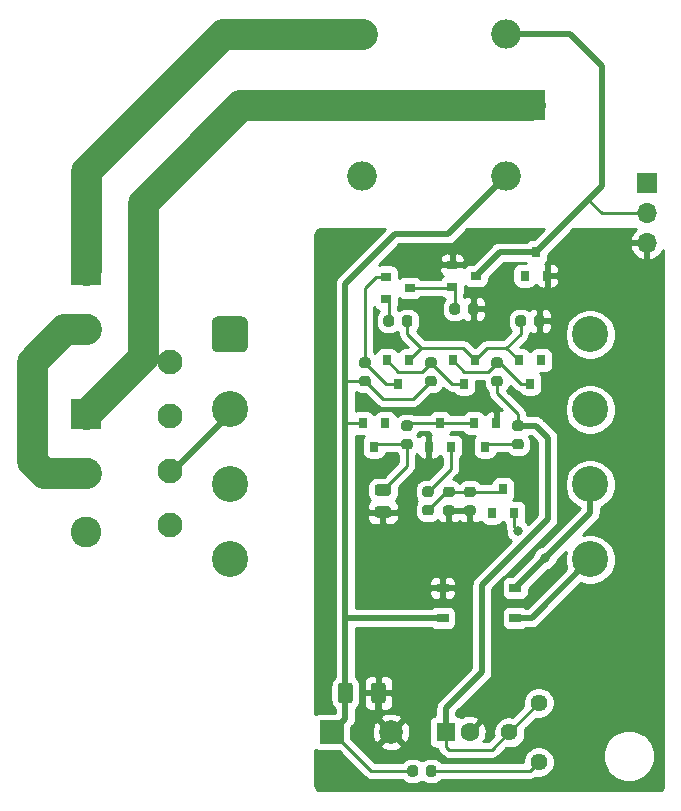
<source format=gbr>
G04 #@! TF.GenerationSoftware,KiCad,Pcbnew,5.1.9*
G04 #@! TF.CreationDate,2021-04-19T03:59:41-04:00*
G04 #@! TF.ProjectId,lm3886_soft_start_v2,6c6d3338-3836-45f7-936f-66745f737461,rev?*
G04 #@! TF.SameCoordinates,Original*
G04 #@! TF.FileFunction,Copper,L2,Bot*
G04 #@! TF.FilePolarity,Positive*
%FSLAX46Y46*%
G04 Gerber Fmt 4.6, Leading zero omitted, Abs format (unit mm)*
G04 Created by KiCad (PCBNEW 5.1.9) date 2021-04-19 03:59:41*
%MOMM*%
%LPD*%
G01*
G04 APERTURE LIST*
G04 #@! TA.AperFunction,ComponentPad*
%ADD10O,1.700000X1.700000*%
G04 #@! TD*
G04 #@! TA.AperFunction,ComponentPad*
%ADD11R,1.700000X1.700000*%
G04 #@! TD*
G04 #@! TA.AperFunction,ComponentPad*
%ADD12C,3.048000*%
G04 #@! TD*
G04 #@! TA.AperFunction,ComponentPad*
%ADD13C,2.400000*%
G04 #@! TD*
G04 #@! TA.AperFunction,SMDPad,CuDef*
%ADD14R,0.900000X0.800000*%
G04 #@! TD*
G04 #@! TA.AperFunction,SMDPad,CuDef*
%ADD15R,0.800000X0.900000*%
G04 #@! TD*
G04 #@! TA.AperFunction,ComponentPad*
%ADD16R,2.500000X2.500000*%
G04 #@! TD*
G04 #@! TA.AperFunction,ComponentPad*
%ADD17O,2.500000X2.500000*%
G04 #@! TD*
G04 #@! TA.AperFunction,ComponentPad*
%ADD18C,1.440000*%
G04 #@! TD*
G04 #@! TA.AperFunction,SMDPad,CuDef*
%ADD19R,1.000000X0.800000*%
G04 #@! TD*
G04 #@! TA.AperFunction,ComponentPad*
%ADD20C,2.100000*%
G04 #@! TD*
G04 #@! TA.AperFunction,ComponentPad*
%ADD21C,2.600000*%
G04 #@! TD*
G04 #@! TA.AperFunction,ComponentPad*
%ADD22R,2.600000X2.600000*%
G04 #@! TD*
G04 #@! TA.AperFunction,ComponentPad*
%ADD23C,2.000000*%
G04 #@! TD*
G04 #@! TA.AperFunction,ComponentPad*
%ADD24R,2.000000X2.000000*%
G04 #@! TD*
G04 #@! TA.AperFunction,ComponentPad*
%ADD25R,1.600000X1.600000*%
G04 #@! TD*
G04 #@! TA.AperFunction,ComponentPad*
%ADD26C,1.600000*%
G04 #@! TD*
G04 #@! TA.AperFunction,ViaPad*
%ADD27C,1.000000*%
G04 #@! TD*
G04 #@! TA.AperFunction,ViaPad*
%ADD28C,0.800000*%
G04 #@! TD*
G04 #@! TA.AperFunction,Conductor*
%ADD29C,0.500000*%
G04 #@! TD*
G04 #@! TA.AperFunction,Conductor*
%ADD30C,0.250000*%
G04 #@! TD*
G04 #@! TA.AperFunction,Conductor*
%ADD31C,2.600000*%
G04 #@! TD*
G04 #@! TA.AperFunction,Conductor*
%ADD32C,0.254000*%
G04 #@! TD*
G04 #@! TA.AperFunction,Conductor*
%ADD33C,0.100000*%
G04 #@! TD*
G04 APERTURE END LIST*
D10*
X124714000Y-64262000D03*
X124714000Y-61722000D03*
D11*
X124714000Y-59182000D03*
D12*
X119900700Y-91059000D03*
X119900700Y-84709000D03*
X119900700Y-78359000D03*
X119900700Y-72009000D03*
X89395300Y-91059000D03*
X89395300Y-84709000D03*
X89395300Y-78359000D03*
G04 #@! TA.AperFunction,ComponentPad*
G36*
G01*
X88328500Y-70485000D02*
X90462100Y-70485000D01*
G75*
G02*
X90919300Y-70942200I0J-457200D01*
G01*
X90919300Y-73075800D01*
G75*
G02*
X90462100Y-73533000I-457200J0D01*
G01*
X88328500Y-73533000D01*
G75*
G02*
X87871300Y-73075800I0J457200D01*
G01*
X87871300Y-70942200D01*
G75*
G02*
X88328500Y-70485000I457200J0D01*
G01*
G37*
G04 #@! TD.AperFunction*
G04 #@! TA.AperFunction,SMDPad,CuDef*
G36*
G01*
X109471750Y-84906500D02*
X109984250Y-84906500D01*
G75*
G02*
X110203000Y-85125250I0J-218750D01*
G01*
X110203000Y-85562750D01*
G75*
G02*
X109984250Y-85781500I-218750J0D01*
G01*
X109471750Y-85781500D01*
G75*
G02*
X109253000Y-85562750I0J218750D01*
G01*
X109253000Y-85125250D01*
G75*
G02*
X109471750Y-84906500I218750J0D01*
G01*
G37*
G04 #@! TD.AperFunction*
G04 #@! TA.AperFunction,SMDPad,CuDef*
G36*
G01*
X109471750Y-86481500D02*
X109984250Y-86481500D01*
G75*
G02*
X110203000Y-86700250I0J-218750D01*
G01*
X110203000Y-87137750D01*
G75*
G02*
X109984250Y-87356500I-218750J0D01*
G01*
X109471750Y-87356500D01*
G75*
G02*
X109253000Y-87137750I0J218750D01*
G01*
X109253000Y-86700250D01*
G75*
G02*
X109471750Y-86481500I218750J0D01*
G01*
G37*
G04 #@! TD.AperFunction*
D13*
X86614000Y-56268000D03*
X86614000Y-48768000D03*
G04 #@! TA.AperFunction,SMDPad,CuDef*
G36*
G01*
X109570000Y-70106250D02*
X109570000Y-69593750D01*
G75*
G02*
X109788750Y-69375000I218750J0D01*
G01*
X110226250Y-69375000D01*
G75*
G02*
X110445000Y-69593750I0J-218750D01*
G01*
X110445000Y-70106250D01*
G75*
G02*
X110226250Y-70325000I-218750J0D01*
G01*
X109788750Y-70325000D01*
G75*
G02*
X109570000Y-70106250I0J218750D01*
G01*
G37*
G04 #@! TD.AperFunction*
G04 #@! TA.AperFunction,SMDPad,CuDef*
G36*
G01*
X107995000Y-70106250D02*
X107995000Y-69593750D01*
G75*
G02*
X108213750Y-69375000I218750J0D01*
G01*
X108651250Y-69375000D01*
G75*
G02*
X108870000Y-69593750I0J-218750D01*
G01*
X108870000Y-70106250D01*
G75*
G02*
X108651250Y-70325000I-218750J0D01*
G01*
X108213750Y-70325000D01*
G75*
G02*
X107995000Y-70106250I0J218750D01*
G01*
G37*
G04 #@! TD.AperFunction*
G04 #@! TA.AperFunction,SMDPad,CuDef*
G36*
G01*
X103982000Y-71122250D02*
X103982000Y-70609750D01*
G75*
G02*
X104200750Y-70391000I218750J0D01*
G01*
X104638250Y-70391000D01*
G75*
G02*
X104857000Y-70609750I0J-218750D01*
G01*
X104857000Y-71122250D01*
G75*
G02*
X104638250Y-71341000I-218750J0D01*
G01*
X104200750Y-71341000D01*
G75*
G02*
X103982000Y-71122250I0J218750D01*
G01*
G37*
G04 #@! TD.AperFunction*
G04 #@! TA.AperFunction,SMDPad,CuDef*
G36*
G01*
X102407000Y-71122250D02*
X102407000Y-70609750D01*
G75*
G02*
X102625750Y-70391000I218750J0D01*
G01*
X103063250Y-70391000D01*
G75*
G02*
X103282000Y-70609750I0J-218750D01*
G01*
X103282000Y-71122250D01*
G75*
G02*
X103063250Y-71341000I-218750J0D01*
G01*
X102625750Y-71341000D01*
G75*
G02*
X102407000Y-71122250I0J218750D01*
G01*
G37*
G04 #@! TD.AperFunction*
G04 #@! TA.AperFunction,SMDPad,CuDef*
G36*
G01*
X101094250Y-74834000D02*
X100581750Y-74834000D01*
G75*
G02*
X100363000Y-74615250I0J218750D01*
G01*
X100363000Y-74177750D01*
G75*
G02*
X100581750Y-73959000I218750J0D01*
G01*
X101094250Y-73959000D01*
G75*
G02*
X101313000Y-74177750I0J-218750D01*
G01*
X101313000Y-74615250D01*
G75*
G02*
X101094250Y-74834000I-218750J0D01*
G01*
G37*
G04 #@! TD.AperFunction*
G04 #@! TA.AperFunction,SMDPad,CuDef*
G36*
G01*
X101094250Y-76409000D02*
X100581750Y-76409000D01*
G75*
G02*
X100363000Y-76190250I0J218750D01*
G01*
X100363000Y-75752750D01*
G75*
G02*
X100581750Y-75534000I218750J0D01*
G01*
X101094250Y-75534000D01*
G75*
G02*
X101313000Y-75752750I0J-218750D01*
G01*
X101313000Y-76190250D01*
G75*
G02*
X101094250Y-76409000I-218750J0D01*
G01*
G37*
G04 #@! TD.AperFunction*
G04 #@! TA.AperFunction,SMDPad,CuDef*
G36*
G01*
X113583000Y-71122250D02*
X113583000Y-70609750D01*
G75*
G02*
X113801750Y-70391000I218750J0D01*
G01*
X114239250Y-70391000D01*
G75*
G02*
X114458000Y-70609750I0J-218750D01*
G01*
X114458000Y-71122250D01*
G75*
G02*
X114239250Y-71341000I-218750J0D01*
G01*
X113801750Y-71341000D01*
G75*
G02*
X113583000Y-71122250I0J218750D01*
G01*
G37*
G04 #@! TD.AperFunction*
G04 #@! TA.AperFunction,SMDPad,CuDef*
G36*
G01*
X115158000Y-71122250D02*
X115158000Y-70609750D01*
G75*
G02*
X115376750Y-70391000I218750J0D01*
G01*
X115814250Y-70391000D01*
G75*
G02*
X116033000Y-70609750I0J-218750D01*
G01*
X116033000Y-71122250D01*
G75*
G02*
X115814250Y-71341000I-218750J0D01*
G01*
X115376750Y-71341000D01*
G75*
G02*
X115158000Y-71122250I0J218750D01*
G01*
G37*
G04 #@! TD.AperFunction*
G04 #@! TA.AperFunction,SMDPad,CuDef*
G36*
G01*
X106682250Y-74834000D02*
X106169750Y-74834000D01*
G75*
G02*
X105951000Y-74615250I0J218750D01*
G01*
X105951000Y-74177750D01*
G75*
G02*
X106169750Y-73959000I218750J0D01*
G01*
X106682250Y-73959000D01*
G75*
G02*
X106901000Y-74177750I0J-218750D01*
G01*
X106901000Y-74615250D01*
G75*
G02*
X106682250Y-74834000I-218750J0D01*
G01*
G37*
G04 #@! TD.AperFunction*
G04 #@! TA.AperFunction,SMDPad,CuDef*
G36*
G01*
X106682250Y-76409000D02*
X106169750Y-76409000D01*
G75*
G02*
X105951000Y-76190250I0J218750D01*
G01*
X105951000Y-75752750D01*
G75*
G02*
X106169750Y-75534000I218750J0D01*
G01*
X106682250Y-75534000D01*
G75*
G02*
X106901000Y-75752750I0J-218750D01*
G01*
X106901000Y-76190250D01*
G75*
G02*
X106682250Y-76409000I-218750J0D01*
G01*
G37*
G04 #@! TD.AperFunction*
G04 #@! TA.AperFunction,SMDPad,CuDef*
G36*
G01*
X111757750Y-73959000D02*
X112270250Y-73959000D01*
G75*
G02*
X112489000Y-74177750I0J-218750D01*
G01*
X112489000Y-74615250D01*
G75*
G02*
X112270250Y-74834000I-218750J0D01*
G01*
X111757750Y-74834000D01*
G75*
G02*
X111539000Y-74615250I0J218750D01*
G01*
X111539000Y-74177750D01*
G75*
G02*
X111757750Y-73959000I218750J0D01*
G01*
G37*
G04 #@! TD.AperFunction*
G04 #@! TA.AperFunction,SMDPad,CuDef*
G36*
G01*
X111757750Y-75534000D02*
X112270250Y-75534000D01*
G75*
G02*
X112489000Y-75752750I0J-218750D01*
G01*
X112489000Y-76190250D01*
G75*
G02*
X112270250Y-76409000I-218750J0D01*
G01*
X111757750Y-76409000D01*
G75*
G02*
X111539000Y-76190250I0J218750D01*
G01*
X111539000Y-75752750D01*
G75*
G02*
X111757750Y-75534000I218750J0D01*
G01*
G37*
G04 #@! TD.AperFunction*
G04 #@! TA.AperFunction,SMDPad,CuDef*
G36*
G01*
X113535750Y-79293000D02*
X114048250Y-79293000D01*
G75*
G02*
X114267000Y-79511750I0J-218750D01*
G01*
X114267000Y-79949250D01*
G75*
G02*
X114048250Y-80168000I-218750J0D01*
G01*
X113535750Y-80168000D01*
G75*
G02*
X113317000Y-79949250I0J218750D01*
G01*
X113317000Y-79511750D01*
G75*
G02*
X113535750Y-79293000I218750J0D01*
G01*
G37*
G04 #@! TD.AperFunction*
G04 #@! TA.AperFunction,SMDPad,CuDef*
G36*
G01*
X113535750Y-80868000D02*
X114048250Y-80868000D01*
G75*
G02*
X114267000Y-81086750I0J-218750D01*
G01*
X114267000Y-81524250D01*
G75*
G02*
X114048250Y-81743000I-218750J0D01*
G01*
X113535750Y-81743000D01*
G75*
G02*
X113317000Y-81524250I0J218750D01*
G01*
X113317000Y-81086750D01*
G75*
G02*
X113535750Y-80868000I218750J0D01*
G01*
G37*
G04 #@! TD.AperFunction*
G04 #@! TA.AperFunction,SMDPad,CuDef*
G36*
G01*
X104650250Y-81743000D02*
X104137750Y-81743000D01*
G75*
G02*
X103919000Y-81524250I0J218750D01*
G01*
X103919000Y-81086750D01*
G75*
G02*
X104137750Y-80868000I218750J0D01*
G01*
X104650250Y-80868000D01*
G75*
G02*
X104869000Y-81086750I0J-218750D01*
G01*
X104869000Y-81524250D01*
G75*
G02*
X104650250Y-81743000I-218750J0D01*
G01*
G37*
G04 #@! TD.AperFunction*
G04 #@! TA.AperFunction,SMDPad,CuDef*
G36*
G01*
X104650250Y-80168000D02*
X104137750Y-80168000D01*
G75*
G02*
X103919000Y-79949250I0J218750D01*
G01*
X103919000Y-79511750D01*
G75*
G02*
X104137750Y-79293000I218750J0D01*
G01*
X104650250Y-79293000D01*
G75*
G02*
X104869000Y-79511750I0J-218750D01*
G01*
X104869000Y-79949250D01*
G75*
G02*
X104650250Y-80168000I-218750J0D01*
G01*
G37*
G04 #@! TD.AperFunction*
G04 #@! TA.AperFunction,SMDPad,CuDef*
G36*
G01*
X105915750Y-86456000D02*
X106428250Y-86456000D01*
G75*
G02*
X106647000Y-86674750I0J-218750D01*
G01*
X106647000Y-87112250D01*
G75*
G02*
X106428250Y-87331000I-218750J0D01*
G01*
X105915750Y-87331000D01*
G75*
G02*
X105697000Y-87112250I0J218750D01*
G01*
X105697000Y-86674750D01*
G75*
G02*
X105915750Y-86456000I218750J0D01*
G01*
G37*
G04 #@! TD.AperFunction*
G04 #@! TA.AperFunction,SMDPad,CuDef*
G36*
G01*
X105915750Y-84881000D02*
X106428250Y-84881000D01*
G75*
G02*
X106647000Y-85099750I0J-218750D01*
G01*
X106647000Y-85537250D01*
G75*
G02*
X106428250Y-85756000I-218750J0D01*
G01*
X105915750Y-85756000D01*
G75*
G02*
X105697000Y-85537250I0J218750D01*
G01*
X105697000Y-85099750D01*
G75*
G02*
X105915750Y-84881000I218750J0D01*
G01*
G37*
G04 #@! TD.AperFunction*
G04 #@! TA.AperFunction,SMDPad,CuDef*
G36*
G01*
X107693750Y-84906500D02*
X108206250Y-84906500D01*
G75*
G02*
X108425000Y-85125250I0J-218750D01*
G01*
X108425000Y-85562750D01*
G75*
G02*
X108206250Y-85781500I-218750J0D01*
G01*
X107693750Y-85781500D01*
G75*
G02*
X107475000Y-85562750I0J218750D01*
G01*
X107475000Y-85125250D01*
G75*
G02*
X107693750Y-84906500I218750J0D01*
G01*
G37*
G04 #@! TD.AperFunction*
G04 #@! TA.AperFunction,SMDPad,CuDef*
G36*
G01*
X107693750Y-86481500D02*
X108206250Y-86481500D01*
G75*
G02*
X108425000Y-86700250I0J-218750D01*
G01*
X108425000Y-87137750D01*
G75*
G02*
X108206250Y-87356500I-218750J0D01*
G01*
X107693750Y-87356500D01*
G75*
G02*
X107475000Y-87137750I0J218750D01*
G01*
X107475000Y-86700250D01*
G75*
G02*
X107693750Y-86481500I218750J0D01*
G01*
G37*
G04 #@! TD.AperFunction*
D14*
X110220000Y-67056000D03*
X108220000Y-66106000D03*
X108220000Y-68006000D03*
X104632000Y-68072000D03*
X102632000Y-67122000D03*
X102632000Y-69022000D03*
D15*
X103632000Y-76184000D03*
X104582000Y-74184000D03*
X102682000Y-74184000D03*
X108270000Y-74184000D03*
X110170000Y-74184000D03*
X109220000Y-76184000D03*
X110048000Y-79518000D03*
X111948000Y-79518000D03*
X110998000Y-81518000D03*
X108138000Y-81518000D03*
X106238000Y-81518000D03*
X107188000Y-79518000D03*
X115316000Y-65040000D03*
X114366000Y-67040000D03*
X116266000Y-67040000D03*
X114808000Y-76184000D03*
X115758000Y-74184000D03*
X113858000Y-74184000D03*
X101600000Y-81518000D03*
X102550000Y-79518000D03*
X100650000Y-79518000D03*
X113472000Y-87106000D03*
X111572000Y-87106000D03*
X112522000Y-85106000D03*
G04 #@! TA.AperFunction,SMDPad,CuDef*
G36*
G01*
X101905750Y-86556000D02*
X102818250Y-86556000D01*
G75*
G02*
X103062000Y-86799750I0J-243750D01*
G01*
X103062000Y-87287250D01*
G75*
G02*
X102818250Y-87531000I-243750J0D01*
G01*
X101905750Y-87531000D01*
G75*
G02*
X101662000Y-87287250I0J243750D01*
G01*
X101662000Y-86799750D01*
G75*
G02*
X101905750Y-86556000I243750J0D01*
G01*
G37*
G04 #@! TD.AperFunction*
G04 #@! TA.AperFunction,SMDPad,CuDef*
G36*
G01*
X101905750Y-84681000D02*
X102818250Y-84681000D01*
G75*
G02*
X103062000Y-84924750I0J-243750D01*
G01*
X103062000Y-85412250D01*
G75*
G02*
X102818250Y-85656000I-243750J0D01*
G01*
X101905750Y-85656000D01*
G75*
G02*
X101662000Y-85412250I0J243750D01*
G01*
X101662000Y-84924750D01*
G75*
G02*
X101905750Y-84681000I243750J0D01*
G01*
G37*
G04 #@! TD.AperFunction*
G04 #@! TA.AperFunction,SMDPad,CuDef*
G36*
G01*
X106014000Y-109222250D02*
X106014000Y-108709750D01*
G75*
G02*
X106232750Y-108491000I218750J0D01*
G01*
X106670250Y-108491000D01*
G75*
G02*
X106889000Y-108709750I0J-218750D01*
G01*
X106889000Y-109222250D01*
G75*
G02*
X106670250Y-109441000I-218750J0D01*
G01*
X106232750Y-109441000D01*
G75*
G02*
X106014000Y-109222250I0J218750D01*
G01*
G37*
G04 #@! TD.AperFunction*
G04 #@! TA.AperFunction,SMDPad,CuDef*
G36*
G01*
X104439000Y-109222250D02*
X104439000Y-108709750D01*
G75*
G02*
X104657750Y-108491000I218750J0D01*
G01*
X105095250Y-108491000D01*
G75*
G02*
X105314000Y-108709750I0J-218750D01*
G01*
X105314000Y-109222250D01*
G75*
G02*
X105095250Y-109441000I-218750J0D01*
G01*
X104657750Y-109441000D01*
G75*
G02*
X104439000Y-109222250I0J218750D01*
G01*
G37*
G04 #@! TD.AperFunction*
D16*
X114808000Y-52578000D03*
D17*
X112808000Y-46578000D03*
X100608000Y-46578000D03*
X100608000Y-58578000D03*
X112808000Y-58578000D03*
D18*
X115570000Y-103204000D03*
X113070000Y-105704000D03*
X115570000Y-108204000D03*
D19*
X113565000Y-96012000D03*
X113565000Y-93472000D03*
X107415000Y-93472000D03*
X107415000Y-96012000D03*
D20*
X84328000Y-74338000D03*
X84328000Y-78938000D03*
X84328000Y-83538000D03*
X84328000Y-88138000D03*
D21*
X77216000Y-88740000D03*
X77216000Y-83740000D03*
D22*
X77216000Y-78740000D03*
D23*
X103044000Y-105664000D03*
D24*
X98044000Y-105664000D03*
D21*
X77216000Y-71548000D03*
D22*
X77216000Y-66548000D03*
G04 #@! TA.AperFunction,SMDPad,CuDef*
G36*
G01*
X98559000Y-102987000D02*
X98559000Y-101737000D01*
G75*
G02*
X98809000Y-101487000I250000J0D01*
G01*
X99559000Y-101487000D01*
G75*
G02*
X99809000Y-101737000I0J-250000D01*
G01*
X99809000Y-102987000D01*
G75*
G02*
X99559000Y-103237000I-250000J0D01*
G01*
X98809000Y-103237000D01*
G75*
G02*
X98559000Y-102987000I0J250000D01*
G01*
G37*
G04 #@! TD.AperFunction*
G04 #@! TA.AperFunction,SMDPad,CuDef*
G36*
G01*
X101359000Y-102987000D02*
X101359000Y-101737000D01*
G75*
G02*
X101609000Y-101487000I250000J0D01*
G01*
X102359000Y-101487000D01*
G75*
G02*
X102609000Y-101737000I0J-250000D01*
G01*
X102609000Y-102987000D01*
G75*
G02*
X102359000Y-103237000I-250000J0D01*
G01*
X101609000Y-103237000D01*
G75*
G02*
X101359000Y-102987000I0J250000D01*
G01*
G37*
G04 #@! TD.AperFunction*
D25*
X107696000Y-105664000D03*
D26*
X109696000Y-105664000D03*
D27*
X105664000Y-93472000D03*
D28*
X98044000Y-109220000D03*
X109220000Y-98552000D03*
X112268000Y-98552000D03*
X124206000Y-68580000D03*
X124206000Y-78232000D03*
X124206000Y-91948000D03*
X120650000Y-99822000D03*
X107950000Y-88392000D03*
X102362000Y-88392000D03*
X106172000Y-82804000D03*
X111760000Y-78232000D03*
X117094000Y-70866000D03*
X111506000Y-69850000D03*
X97790000Y-64262000D03*
X97790000Y-72390000D03*
X97790000Y-81534000D03*
X97790000Y-90932000D03*
X97790000Y-100076000D03*
X102108000Y-72390000D03*
X106934000Y-71374000D03*
D27*
X105664000Y-92456000D03*
X104648000Y-92456000D03*
X104648000Y-93472000D03*
D28*
X117856000Y-67056000D03*
X106934000Y-66421000D03*
X106172000Y-66421000D03*
X106172000Y-65659000D03*
X106934000Y-65659000D03*
X109728000Y-88392000D03*
X114808000Y-83312000D03*
X110998000Y-83312000D03*
X118110000Y-86868000D03*
X116078000Y-77978000D03*
X100584000Y-77724000D03*
X113792000Y-88646000D03*
X116078000Y-90932000D03*
D29*
X101984000Y-104604000D02*
X103044000Y-105664000D01*
X101984000Y-102362000D02*
X101984000Y-104604000D01*
X107415000Y-93472000D02*
X105664000Y-93472000D01*
D30*
X106238000Y-82738000D02*
X106172000Y-82804000D01*
X106238000Y-81518000D02*
X106238000Y-82738000D01*
X111948000Y-78420000D02*
X111760000Y-78232000D01*
X111948000Y-79518000D02*
X111948000Y-78420000D01*
X107950000Y-86919000D02*
X107950000Y-88392000D01*
X102362000Y-87043500D02*
X102362000Y-88392000D01*
X115595500Y-70866000D02*
X117094000Y-70866000D01*
X110007500Y-69850000D02*
X111506000Y-69850000D01*
X117840000Y-67040000D02*
X117856000Y-67056000D01*
X116266000Y-67040000D02*
X117840000Y-67040000D01*
D29*
X106172000Y-65659000D02*
X106172000Y-66421000D01*
X106934000Y-65659000D02*
X106934000Y-66421000D01*
X106172000Y-66421000D02*
X106934000Y-66421000D01*
X106172000Y-65659000D02*
X106934000Y-65659000D01*
X107381000Y-66106000D02*
X106934000Y-65659000D01*
X108220000Y-66106000D02*
X107381000Y-66106000D01*
D30*
X109728000Y-86919000D02*
X109728000Y-88392000D01*
X112284000Y-85344000D02*
X112522000Y-85106000D01*
X109728000Y-85344000D02*
X112284000Y-85344000D01*
X109728000Y-85344000D02*
X107950000Y-85344000D01*
X107721500Y-85344000D02*
X106172000Y-86893500D01*
X107950000Y-85344000D02*
X107721500Y-85344000D01*
X101812500Y-81305500D02*
X101600000Y-81518000D01*
X104394000Y-81305500D02*
X101812500Y-81305500D01*
X102362000Y-85168500D02*
X104394000Y-83136500D01*
X104394000Y-83136500D02*
X104394000Y-81305500D01*
X115570000Y-103204000D02*
X113070000Y-105704000D01*
X107696000Y-105664000D02*
X107696000Y-106934000D01*
X107696000Y-106934000D02*
X107950000Y-107188000D01*
X111586000Y-107188000D02*
X113070000Y-105704000D01*
X107950000Y-107188000D02*
X111586000Y-107188000D01*
X113792000Y-79730500D02*
X113792000Y-78740000D01*
X112014000Y-76962000D02*
X112014000Y-75971500D01*
X113792000Y-78740000D02*
X112014000Y-76962000D01*
D29*
X107696000Y-105664000D02*
X107696000Y-103632000D01*
X107696000Y-103632000D02*
X110744000Y-100584000D01*
X110744000Y-100584000D02*
X110744000Y-93218000D01*
X110744000Y-93218000D02*
X116332000Y-87630000D01*
X116332000Y-87630000D02*
X116332000Y-80772000D01*
X115290500Y-79730500D02*
X113792000Y-79730500D01*
X116332000Y-80772000D02*
X115290500Y-79730500D01*
X114947700Y-96012000D02*
X119900700Y-91059000D01*
X113565000Y-96012000D02*
X114947700Y-96012000D01*
X113565000Y-93472000D02*
X113565000Y-93445000D01*
X119900700Y-87109300D02*
X119900700Y-84709000D01*
X113565000Y-93445000D02*
X116078000Y-90932000D01*
D30*
X113472000Y-88326000D02*
X113792000Y-88646000D01*
X113472000Y-87106000D02*
X113472000Y-88326000D01*
D29*
X116078000Y-90932000D02*
X119900700Y-87109300D01*
D30*
X104582000Y-74184000D02*
X105614000Y-73152000D01*
X109138000Y-73152000D02*
X110170000Y-74184000D01*
X105614000Y-73152000D02*
X109138000Y-73152000D01*
X110170000Y-74184000D02*
X111202000Y-73152000D01*
X112826000Y-73152000D02*
X113858000Y-74184000D01*
X111202000Y-73152000D02*
X112826000Y-73152000D01*
X104419500Y-71957500D02*
X105614000Y-73152000D01*
X104419500Y-70866000D02*
X104419500Y-71957500D01*
X114020500Y-71957500D02*
X112826000Y-73152000D01*
X114020500Y-70866000D02*
X114020500Y-71957500D01*
D31*
X72615999Y-74309524D02*
X75377523Y-71548000D01*
X75377523Y-71548000D02*
X77216000Y-71548000D01*
X73675998Y-83740000D02*
X72615999Y-82680001D01*
X72615999Y-82680001D02*
X72615999Y-74309524D01*
X77216000Y-83740000D02*
X73675998Y-83740000D01*
X90304000Y-52578000D02*
X86614000Y-56268000D01*
X114808000Y-52578000D02*
X90304000Y-52578000D01*
X77216000Y-78740000D02*
X82042000Y-73914000D01*
X82042000Y-60840000D02*
X86614000Y-56268000D01*
X82042000Y-73914000D02*
X82042000Y-60840000D01*
D30*
X107188000Y-79518000D02*
X110048000Y-79518000D01*
X104606500Y-79518000D02*
X104394000Y-79730500D01*
X107188000Y-79518000D02*
X104606500Y-79518000D01*
X106426000Y-74396500D02*
X105638500Y-75184000D01*
X103682000Y-75184000D02*
X102682000Y-74184000D01*
X105638500Y-75184000D02*
X103682000Y-75184000D01*
X108213500Y-76184000D02*
X109220000Y-76184000D01*
X106426000Y-74396500D02*
X108213500Y-76184000D01*
D29*
X84612002Y-83538000D02*
X84328000Y-83538000D01*
X89395300Y-78754702D02*
X84612002Y-83538000D01*
X89395300Y-78359000D02*
X89395300Y-78754702D01*
D31*
X77216000Y-58166000D02*
X86614000Y-48768000D01*
X77216000Y-66548000D02*
X77216000Y-58166000D01*
X88804000Y-46578000D02*
X86614000Y-48768000D01*
X100608000Y-46578000D02*
X88804000Y-46578000D01*
D30*
X108270000Y-74184000D02*
X109270000Y-75184000D01*
X111226500Y-75184000D02*
X112014000Y-74396500D01*
X109270000Y-75184000D02*
X111226500Y-75184000D01*
X114808000Y-76184000D02*
X114030000Y-76184000D01*
X112242500Y-74396500D02*
X112014000Y-74396500D01*
X114030000Y-76184000D02*
X112242500Y-74396500D01*
D29*
X112236000Y-65040000D02*
X115316000Y-65040000D01*
X110220000Y-67056000D02*
X112236000Y-65040000D01*
X112808000Y-46578000D02*
X118206000Y-46578000D01*
X118206000Y-46578000D02*
X120904000Y-49276000D01*
X120904000Y-49276000D02*
X120904000Y-59452000D01*
D30*
X120904000Y-61722000D02*
X119769000Y-60587000D01*
X124714000Y-61722000D02*
X120904000Y-61722000D01*
D29*
X119769000Y-60587000D02*
X115316000Y-65040000D01*
X120904000Y-59452000D02*
X119769000Y-60587000D01*
D30*
X106172000Y-85318500D02*
X106197500Y-85318500D01*
X108138000Y-83378000D02*
X108138000Y-81518000D01*
X106197500Y-85318500D02*
X108138000Y-83378000D01*
X111210500Y-81305500D02*
X110998000Y-81518000D01*
X113792000Y-81305500D02*
X111210500Y-81305500D01*
X102625500Y-76184000D02*
X100838000Y-74396500D01*
X103632000Y-76184000D02*
X102625500Y-76184000D01*
X100838000Y-74396500D02*
X100838000Y-68072000D01*
X101788000Y-67122000D02*
X102632000Y-67122000D01*
X100838000Y-68072000D02*
X101788000Y-67122000D01*
X108154000Y-68072000D02*
X108220000Y-68006000D01*
X104632000Y-68072000D02*
X108154000Y-68072000D01*
X108432500Y-68218500D02*
X108220000Y-68006000D01*
X108432500Y-69850000D02*
X108432500Y-68218500D01*
X102844500Y-69234500D02*
X102632000Y-69022000D01*
X102844500Y-70866000D02*
X102844500Y-69234500D01*
X114808000Y-108966000D02*
X115570000Y-108204000D01*
X106451500Y-108966000D02*
X114808000Y-108966000D01*
D29*
X99184000Y-104524000D02*
X98044000Y-105664000D01*
X99184000Y-102362000D02*
X99184000Y-104524000D01*
D30*
X98044000Y-105664000D02*
X101346000Y-108966000D01*
X101346000Y-108966000D02*
X104876500Y-108966000D01*
X100838000Y-75971500D02*
X100863500Y-75971500D01*
X100863500Y-75971500D02*
X102362000Y-77470000D01*
X104927500Y-77470000D02*
X106426000Y-75971500D01*
X102362000Y-77470000D02*
X104927500Y-77470000D01*
X99288500Y-75971500D02*
X99184000Y-76076000D01*
X100838000Y-75971500D02*
X99288500Y-75971500D01*
D29*
X107415000Y-96012000D02*
X99308000Y-96012000D01*
X99184000Y-95888000D02*
X99184000Y-79632000D01*
X99308000Y-96012000D02*
X99184000Y-95888000D01*
X99184000Y-102362000D02*
X99184000Y-95888000D01*
X99184000Y-67694000D02*
X99184000Y-76076000D01*
X103378000Y-63500000D02*
X99184000Y-67694000D01*
X107886000Y-63500000D02*
X103378000Y-63500000D01*
X112808000Y-58578000D02*
X107886000Y-63500000D01*
D30*
X99298000Y-79518000D02*
X99184000Y-79632000D01*
X100650000Y-79518000D02*
X99298000Y-79518000D01*
D29*
X99184000Y-79632000D02*
X99184000Y-76076000D01*
D32*
X123616412Y-63261731D02*
X123442359Y-63495080D01*
X123317175Y-63757901D01*
X123272524Y-63905110D01*
X123393845Y-64135000D01*
X124587000Y-64135000D01*
X124587000Y-64115000D01*
X124841000Y-64115000D01*
X124841000Y-64135000D01*
X124861000Y-64135000D01*
X124861000Y-64389000D01*
X124841000Y-64389000D01*
X124841000Y-65582814D01*
X125070891Y-65703481D01*
X125345252Y-65606157D01*
X125595355Y-65457178D01*
X125811588Y-65262269D01*
X125985641Y-65028920D01*
X126086001Y-64818217D01*
X126086000Y-110367371D01*
X126060077Y-110429955D01*
X126000976Y-110506976D01*
X125923955Y-110566077D01*
X125861371Y-110592000D01*
X96896629Y-110592000D01*
X96834045Y-110566077D01*
X96757024Y-110506976D01*
X96697923Y-110429955D01*
X96660769Y-110340257D01*
X96647000Y-110235672D01*
X96647000Y-107159653D01*
X96689506Y-107194537D01*
X96799820Y-107253502D01*
X96919518Y-107289812D01*
X97044000Y-107302072D01*
X98607271Y-107302072D01*
X100782201Y-109477003D01*
X100805999Y-109506001D01*
X100921724Y-109600974D01*
X101053753Y-109671546D01*
X101197014Y-109715003D01*
X101308667Y-109726000D01*
X101308676Y-109726000D01*
X101345999Y-109729676D01*
X101383322Y-109726000D01*
X103968082Y-109726000D01*
X104051885Y-109828115D01*
X104181725Y-109934671D01*
X104329858Y-110013850D01*
X104490592Y-110062608D01*
X104657750Y-110079072D01*
X105095250Y-110079072D01*
X105262408Y-110062608D01*
X105423142Y-110013850D01*
X105571275Y-109934671D01*
X105664000Y-109858574D01*
X105756725Y-109934671D01*
X105904858Y-110013850D01*
X106065592Y-110062608D01*
X106232750Y-110079072D01*
X106670250Y-110079072D01*
X106837408Y-110062608D01*
X106998142Y-110013850D01*
X107146275Y-109934671D01*
X107276115Y-109828115D01*
X107359918Y-109726000D01*
X114770678Y-109726000D01*
X114808000Y-109729676D01*
X114845322Y-109726000D01*
X114845333Y-109726000D01*
X114956986Y-109715003D01*
X115100247Y-109671546D01*
X115232276Y-109600974D01*
X115313294Y-109534484D01*
X115436544Y-109559000D01*
X115703456Y-109559000D01*
X115965239Y-109506928D01*
X116211833Y-109404785D01*
X116433762Y-109256497D01*
X116622497Y-109067762D01*
X116770785Y-108845833D01*
X116872928Y-108599239D01*
X116925000Y-108337456D01*
X116925000Y-108070544D01*
X116872928Y-107808761D01*
X116770785Y-107562167D01*
X116713125Y-107475872D01*
X120955000Y-107475872D01*
X120955000Y-107916128D01*
X121040890Y-108347925D01*
X121209369Y-108754669D01*
X121453962Y-109120729D01*
X121765271Y-109432038D01*
X122131331Y-109676631D01*
X122538075Y-109845110D01*
X122969872Y-109931000D01*
X123410128Y-109931000D01*
X123841925Y-109845110D01*
X124248669Y-109676631D01*
X124614729Y-109432038D01*
X124926038Y-109120729D01*
X125170631Y-108754669D01*
X125339110Y-108347925D01*
X125425000Y-107916128D01*
X125425000Y-107475872D01*
X125339110Y-107044075D01*
X125170631Y-106637331D01*
X124926038Y-106271271D01*
X124614729Y-105959962D01*
X124248669Y-105715369D01*
X123841925Y-105546890D01*
X123410128Y-105461000D01*
X122969872Y-105461000D01*
X122538075Y-105546890D01*
X122131331Y-105715369D01*
X121765271Y-105959962D01*
X121453962Y-106271271D01*
X121209369Y-106637331D01*
X121040890Y-107044075D01*
X120955000Y-107475872D01*
X116713125Y-107475872D01*
X116622497Y-107340238D01*
X116433762Y-107151503D01*
X116211833Y-107003215D01*
X115965239Y-106901072D01*
X115703456Y-106849000D01*
X115436544Y-106849000D01*
X115174761Y-106901072D01*
X114928167Y-107003215D01*
X114706238Y-107151503D01*
X114517503Y-107340238D01*
X114369215Y-107562167D01*
X114267072Y-107808761D01*
X114215000Y-108070544D01*
X114215000Y-108206000D01*
X107359918Y-108206000D01*
X107276115Y-108103885D01*
X107146275Y-107997329D01*
X106998142Y-107918150D01*
X106837408Y-107869392D01*
X106670250Y-107852928D01*
X106232750Y-107852928D01*
X106065592Y-107869392D01*
X105904858Y-107918150D01*
X105756725Y-107997329D01*
X105664000Y-108073426D01*
X105571275Y-107997329D01*
X105423142Y-107918150D01*
X105262408Y-107869392D01*
X105095250Y-107852928D01*
X104657750Y-107852928D01*
X104490592Y-107869392D01*
X104329858Y-107918150D01*
X104181725Y-107997329D01*
X104051885Y-108103885D01*
X103968082Y-108206000D01*
X101660802Y-108206000D01*
X100254215Y-106799413D01*
X102088192Y-106799413D01*
X102183956Y-107063814D01*
X102473571Y-107204704D01*
X102785108Y-107286384D01*
X103106595Y-107305718D01*
X103425675Y-107261961D01*
X103730088Y-107156795D01*
X103904044Y-107063814D01*
X103999808Y-106799413D01*
X103044000Y-105843605D01*
X102088192Y-106799413D01*
X100254215Y-106799413D01*
X99682072Y-106227271D01*
X99682072Y-105726595D01*
X101402282Y-105726595D01*
X101446039Y-106045675D01*
X101551205Y-106350088D01*
X101644186Y-106524044D01*
X101908587Y-106619808D01*
X102864395Y-105664000D01*
X103223605Y-105664000D01*
X104179413Y-106619808D01*
X104443814Y-106524044D01*
X104584704Y-106234429D01*
X104666384Y-105922892D01*
X104685718Y-105601405D01*
X104641961Y-105282325D01*
X104536795Y-104977912D01*
X104443814Y-104803956D01*
X104179413Y-104708192D01*
X103223605Y-105664000D01*
X102864395Y-105664000D01*
X101908587Y-104708192D01*
X101644186Y-104803956D01*
X101503296Y-105093571D01*
X101421616Y-105405108D01*
X101402282Y-105726595D01*
X99682072Y-105726595D01*
X99682072Y-105277507D01*
X99779049Y-105180530D01*
X99812817Y-105152817D01*
X99855999Y-105100201D01*
X99899210Y-105047548D01*
X99923411Y-105018059D01*
X100005589Y-104864313D01*
X100056195Y-104697490D01*
X100069000Y-104567477D01*
X100069000Y-104567467D01*
X100072829Y-104528587D01*
X102088192Y-104528587D01*
X103044000Y-105484395D01*
X103999808Y-104528587D01*
X103904044Y-104264186D01*
X103614429Y-104123296D01*
X103302892Y-104041616D01*
X102981405Y-104022282D01*
X102662325Y-104066039D01*
X102357912Y-104171205D01*
X102183956Y-104264186D01*
X102088192Y-104528587D01*
X100072829Y-104528587D01*
X100073281Y-104524001D01*
X100069000Y-104480535D01*
X100069000Y-103711770D01*
X100186962Y-103614962D01*
X100297405Y-103480386D01*
X100379472Y-103326850D01*
X100406727Y-103237000D01*
X100720928Y-103237000D01*
X100733188Y-103361482D01*
X100769498Y-103481180D01*
X100828463Y-103591494D01*
X100907815Y-103688185D01*
X101004506Y-103767537D01*
X101114820Y-103826502D01*
X101234518Y-103862812D01*
X101359000Y-103875072D01*
X101698250Y-103872000D01*
X101857000Y-103713250D01*
X101857000Y-102489000D01*
X102111000Y-102489000D01*
X102111000Y-103713250D01*
X102269750Y-103872000D01*
X102609000Y-103875072D01*
X102733482Y-103862812D01*
X102853180Y-103826502D01*
X102963494Y-103767537D01*
X103060185Y-103688185D01*
X103139537Y-103591494D01*
X103198502Y-103481180D01*
X103234812Y-103361482D01*
X103247072Y-103237000D01*
X103244000Y-102647750D01*
X103085250Y-102489000D01*
X102111000Y-102489000D01*
X101857000Y-102489000D01*
X100882750Y-102489000D01*
X100724000Y-102647750D01*
X100720928Y-103237000D01*
X100406727Y-103237000D01*
X100430008Y-103160254D01*
X100447072Y-102987000D01*
X100447072Y-101737000D01*
X100430008Y-101563746D01*
X100406728Y-101487000D01*
X100720928Y-101487000D01*
X100724000Y-102076250D01*
X100882750Y-102235000D01*
X101857000Y-102235000D01*
X101857000Y-101010750D01*
X102111000Y-101010750D01*
X102111000Y-102235000D01*
X103085250Y-102235000D01*
X103244000Y-102076250D01*
X103247072Y-101487000D01*
X103234812Y-101362518D01*
X103198502Y-101242820D01*
X103139537Y-101132506D01*
X103060185Y-101035815D01*
X102963494Y-100956463D01*
X102853180Y-100897498D01*
X102733482Y-100861188D01*
X102609000Y-100848928D01*
X102269750Y-100852000D01*
X102111000Y-101010750D01*
X101857000Y-101010750D01*
X101698250Y-100852000D01*
X101359000Y-100848928D01*
X101234518Y-100861188D01*
X101114820Y-100897498D01*
X101004506Y-100956463D01*
X100907815Y-101035815D01*
X100828463Y-101132506D01*
X100769498Y-101242820D01*
X100733188Y-101362518D01*
X100720928Y-101487000D01*
X100406728Y-101487000D01*
X100379472Y-101397150D01*
X100297405Y-101243614D01*
X100186962Y-101109038D01*
X100069000Y-101012230D01*
X100069000Y-96897000D01*
X106505019Y-96897000D01*
X106560506Y-96942537D01*
X106670820Y-97001502D01*
X106790518Y-97037812D01*
X106915000Y-97050072D01*
X107915000Y-97050072D01*
X108039482Y-97037812D01*
X108159180Y-97001502D01*
X108269494Y-96942537D01*
X108366185Y-96863185D01*
X108445537Y-96766494D01*
X108504502Y-96656180D01*
X108540812Y-96536482D01*
X108553072Y-96412000D01*
X108553072Y-95612000D01*
X108540812Y-95487518D01*
X108504502Y-95367820D01*
X108445537Y-95257506D01*
X108366185Y-95160815D01*
X108269494Y-95081463D01*
X108159180Y-95022498D01*
X108039482Y-94986188D01*
X107915000Y-94973928D01*
X106915000Y-94973928D01*
X106790518Y-94986188D01*
X106670820Y-95022498D01*
X106560506Y-95081463D01*
X106505019Y-95127000D01*
X100069000Y-95127000D01*
X100069000Y-93872000D01*
X106276928Y-93872000D01*
X106289188Y-93996482D01*
X106325498Y-94116180D01*
X106384463Y-94226494D01*
X106463815Y-94323185D01*
X106560506Y-94402537D01*
X106670820Y-94461502D01*
X106790518Y-94497812D01*
X106915000Y-94510072D01*
X107129250Y-94507000D01*
X107288000Y-94348250D01*
X107288000Y-93599000D01*
X107542000Y-93599000D01*
X107542000Y-94348250D01*
X107700750Y-94507000D01*
X107915000Y-94510072D01*
X108039482Y-94497812D01*
X108159180Y-94461502D01*
X108269494Y-94402537D01*
X108366185Y-94323185D01*
X108445537Y-94226494D01*
X108504502Y-94116180D01*
X108540812Y-93996482D01*
X108553072Y-93872000D01*
X108550000Y-93757750D01*
X108391250Y-93599000D01*
X107542000Y-93599000D01*
X107288000Y-93599000D01*
X106438750Y-93599000D01*
X106280000Y-93757750D01*
X106276928Y-93872000D01*
X100069000Y-93872000D01*
X100069000Y-93072000D01*
X106276928Y-93072000D01*
X106280000Y-93186250D01*
X106438750Y-93345000D01*
X107288000Y-93345000D01*
X107288000Y-92595750D01*
X107542000Y-92595750D01*
X107542000Y-93345000D01*
X108391250Y-93345000D01*
X108550000Y-93186250D01*
X108553072Y-93072000D01*
X108540812Y-92947518D01*
X108504502Y-92827820D01*
X108445537Y-92717506D01*
X108366185Y-92620815D01*
X108269494Y-92541463D01*
X108159180Y-92482498D01*
X108039482Y-92446188D01*
X107915000Y-92433928D01*
X107700750Y-92437000D01*
X107542000Y-92595750D01*
X107288000Y-92595750D01*
X107129250Y-92437000D01*
X106915000Y-92433928D01*
X106790518Y-92446188D01*
X106670820Y-92482498D01*
X106560506Y-92541463D01*
X106463815Y-92620815D01*
X106384463Y-92717506D01*
X106325498Y-92827820D01*
X106289188Y-92947518D01*
X106276928Y-93072000D01*
X100069000Y-93072000D01*
X100069000Y-87531000D01*
X101023928Y-87531000D01*
X101036188Y-87655482D01*
X101072498Y-87775180D01*
X101131463Y-87885494D01*
X101210815Y-87982185D01*
X101307506Y-88061537D01*
X101417820Y-88120502D01*
X101537518Y-88156812D01*
X101662000Y-88169072D01*
X102076250Y-88166000D01*
X102235000Y-88007250D01*
X102235000Y-87170500D01*
X102489000Y-87170500D01*
X102489000Y-88007250D01*
X102647750Y-88166000D01*
X103062000Y-88169072D01*
X103186482Y-88156812D01*
X103306180Y-88120502D01*
X103416494Y-88061537D01*
X103513185Y-87982185D01*
X103592537Y-87885494D01*
X103651502Y-87775180D01*
X103687812Y-87655482D01*
X103700072Y-87531000D01*
X103697000Y-87329250D01*
X103538250Y-87170500D01*
X102489000Y-87170500D01*
X102235000Y-87170500D01*
X101185750Y-87170500D01*
X101027000Y-87329250D01*
X101023928Y-87531000D01*
X100069000Y-87531000D01*
X100069000Y-80576667D01*
X100125518Y-80593812D01*
X100250000Y-80606072D01*
X100761905Y-80606072D01*
X100748815Y-80616815D01*
X100669463Y-80713506D01*
X100610498Y-80823820D01*
X100574188Y-80943518D01*
X100561928Y-81068000D01*
X100561928Y-81968000D01*
X100574188Y-82092482D01*
X100610498Y-82212180D01*
X100669463Y-82322494D01*
X100748815Y-82419185D01*
X100845506Y-82498537D01*
X100955820Y-82557502D01*
X101075518Y-82593812D01*
X101200000Y-82606072D01*
X102000000Y-82606072D01*
X102124482Y-82593812D01*
X102244180Y-82557502D01*
X102354494Y-82498537D01*
X102451185Y-82419185D01*
X102530537Y-82322494D01*
X102589502Y-82212180D01*
X102625812Y-82092482D01*
X102628469Y-82065500D01*
X103478857Y-82065500D01*
X103531885Y-82130115D01*
X103634001Y-82213918D01*
X103634000Y-82821698D01*
X102412771Y-84042928D01*
X101905750Y-84042928D01*
X101733715Y-84059872D01*
X101568291Y-84110053D01*
X101415836Y-84191542D01*
X101282208Y-84301208D01*
X101172542Y-84434836D01*
X101091053Y-84587291D01*
X101040872Y-84752715D01*
X101023928Y-84924750D01*
X101023928Y-85412250D01*
X101040872Y-85584285D01*
X101091053Y-85749709D01*
X101172542Y-85902164D01*
X101282208Y-86035792D01*
X101288564Y-86041008D01*
X101210815Y-86104815D01*
X101131463Y-86201506D01*
X101072498Y-86311820D01*
X101036188Y-86431518D01*
X101023928Y-86556000D01*
X101027000Y-86757750D01*
X101185750Y-86916500D01*
X102235000Y-86916500D01*
X102235000Y-86896500D01*
X102489000Y-86896500D01*
X102489000Y-86916500D01*
X103538250Y-86916500D01*
X103697000Y-86757750D01*
X103700072Y-86556000D01*
X103687812Y-86431518D01*
X103651502Y-86311820D01*
X103592537Y-86201506D01*
X103513185Y-86104815D01*
X103435436Y-86041008D01*
X103441792Y-86035792D01*
X103551458Y-85902164D01*
X103632947Y-85749709D01*
X103683128Y-85584285D01*
X103700072Y-85412250D01*
X103700072Y-84924750D01*
X103698322Y-84906980D01*
X104905004Y-83700298D01*
X104934001Y-83676501D01*
X104960332Y-83644417D01*
X105028974Y-83560777D01*
X105099546Y-83428747D01*
X105114939Y-83378001D01*
X105143003Y-83285486D01*
X105154000Y-83173833D01*
X105154000Y-83173823D01*
X105157676Y-83136500D01*
X105154000Y-83099177D01*
X105154000Y-82213918D01*
X105230084Y-82151478D01*
X105248498Y-82212180D01*
X105307463Y-82322494D01*
X105386815Y-82419185D01*
X105483506Y-82498537D01*
X105593820Y-82557502D01*
X105713518Y-82593812D01*
X105838000Y-82606072D01*
X105952250Y-82603000D01*
X106111000Y-82444250D01*
X106111000Y-81645000D01*
X106091000Y-81645000D01*
X106091000Y-81391000D01*
X106111000Y-81391000D01*
X106111000Y-80591750D01*
X105952250Y-80433000D01*
X105838000Y-80429928D01*
X105713518Y-80442188D01*
X105593820Y-80478498D01*
X105483506Y-80537463D01*
X105386815Y-80616815D01*
X105374165Y-80632229D01*
X105362671Y-80610725D01*
X105286574Y-80518000D01*
X105362671Y-80425275D01*
X105441391Y-80278000D01*
X106233680Y-80278000D01*
X106257463Y-80322494D01*
X106336815Y-80419185D01*
X106433506Y-80498537D01*
X106449607Y-80507143D01*
X106365000Y-80591750D01*
X106365000Y-81391000D01*
X106385000Y-81391000D01*
X106385000Y-81645000D01*
X106365000Y-81645000D01*
X106365000Y-82444250D01*
X106523750Y-82603000D01*
X106638000Y-82606072D01*
X106762482Y-82593812D01*
X106882180Y-82557502D01*
X106992494Y-82498537D01*
X107089185Y-82419185D01*
X107168537Y-82322494D01*
X107188000Y-82286082D01*
X107207463Y-82322494D01*
X107286815Y-82419185D01*
X107378000Y-82494019D01*
X107378000Y-83063197D01*
X106198270Y-84242928D01*
X105915750Y-84242928D01*
X105748592Y-84259392D01*
X105587858Y-84308150D01*
X105439725Y-84387329D01*
X105309885Y-84493885D01*
X105203329Y-84623725D01*
X105124150Y-84771858D01*
X105075392Y-84932592D01*
X105058928Y-85099750D01*
X105058928Y-85537250D01*
X105075392Y-85704408D01*
X105124150Y-85865142D01*
X105203329Y-86013275D01*
X105279426Y-86106000D01*
X105203329Y-86198725D01*
X105124150Y-86346858D01*
X105075392Y-86507592D01*
X105058928Y-86674750D01*
X105058928Y-87112250D01*
X105075392Y-87279408D01*
X105124150Y-87440142D01*
X105203329Y-87588275D01*
X105309885Y-87718115D01*
X105439725Y-87824671D01*
X105587858Y-87903850D01*
X105748592Y-87952608D01*
X105915750Y-87969072D01*
X106428250Y-87969072D01*
X106595408Y-87952608D01*
X106756142Y-87903850D01*
X106904275Y-87824671D01*
X106984036Y-87759214D01*
X107023815Y-87807685D01*
X107120506Y-87887037D01*
X107230820Y-87946002D01*
X107350518Y-87982312D01*
X107475000Y-87994572D01*
X107664250Y-87991500D01*
X107823000Y-87832750D01*
X107823000Y-87046000D01*
X108077000Y-87046000D01*
X108077000Y-87832750D01*
X108235750Y-87991500D01*
X108425000Y-87994572D01*
X108549482Y-87982312D01*
X108669180Y-87946002D01*
X108779494Y-87887037D01*
X108839000Y-87838202D01*
X108898506Y-87887037D01*
X109008820Y-87946002D01*
X109128518Y-87982312D01*
X109253000Y-87994572D01*
X109442250Y-87991500D01*
X109601000Y-87832750D01*
X109601000Y-87046000D01*
X108077000Y-87046000D01*
X107823000Y-87046000D01*
X107803000Y-87046000D01*
X107803000Y-86792000D01*
X107823000Y-86792000D01*
X107823000Y-86772000D01*
X108077000Y-86772000D01*
X108077000Y-86792000D01*
X109601000Y-86792000D01*
X109601000Y-86772000D01*
X109855000Y-86772000D01*
X109855000Y-86792000D01*
X109875000Y-86792000D01*
X109875000Y-87046000D01*
X109855000Y-87046000D01*
X109855000Y-87832750D01*
X110013750Y-87991500D01*
X110203000Y-87994572D01*
X110327482Y-87982312D01*
X110447180Y-87946002D01*
X110557494Y-87887037D01*
X110607145Y-87846290D01*
X110641463Y-87910494D01*
X110720815Y-88007185D01*
X110817506Y-88086537D01*
X110927820Y-88145502D01*
X111047518Y-88181812D01*
X111172000Y-88194072D01*
X111972000Y-88194072D01*
X112096482Y-88181812D01*
X112216180Y-88145502D01*
X112326494Y-88086537D01*
X112423185Y-88007185D01*
X112502537Y-87910494D01*
X112522000Y-87874082D01*
X112541463Y-87910494D01*
X112620815Y-88007185D01*
X112712001Y-88082019D01*
X112712001Y-88288668D01*
X112708324Y-88326000D01*
X112722998Y-88474985D01*
X112757000Y-88587079D01*
X112757000Y-88747939D01*
X112796774Y-88947898D01*
X112874795Y-89136256D01*
X112988063Y-89305774D01*
X113132226Y-89449937D01*
X113209111Y-89501310D01*
X110148952Y-92561470D01*
X110115184Y-92589183D01*
X110087471Y-92622951D01*
X110087468Y-92622954D01*
X110004590Y-92723941D01*
X109922412Y-92877687D01*
X109871805Y-93044510D01*
X109854719Y-93218000D01*
X109859001Y-93261479D01*
X109859000Y-100217421D01*
X107100951Y-102975471D01*
X107067184Y-103003183D01*
X107039471Y-103036951D01*
X107039468Y-103036954D01*
X106956590Y-103137941D01*
X106874412Y-103291687D01*
X106823805Y-103458510D01*
X106806719Y-103632000D01*
X106811001Y-103675479D01*
X106811001Y-104234299D01*
X106771518Y-104238188D01*
X106651820Y-104274498D01*
X106541506Y-104333463D01*
X106444815Y-104412815D01*
X106365463Y-104509506D01*
X106306498Y-104619820D01*
X106270188Y-104739518D01*
X106257928Y-104864000D01*
X106257928Y-106464000D01*
X106270188Y-106588482D01*
X106306498Y-106708180D01*
X106365463Y-106818494D01*
X106444815Y-106915185D01*
X106541506Y-106994537D01*
X106651820Y-107053502D01*
X106771518Y-107089812D01*
X106896000Y-107102072D01*
X106952788Y-107102072D01*
X106990454Y-107226246D01*
X107061026Y-107358276D01*
X107128362Y-107440324D01*
X107156000Y-107474001D01*
X107184998Y-107497799D01*
X107386196Y-107698997D01*
X107409999Y-107728001D01*
X107525724Y-107822974D01*
X107657753Y-107893546D01*
X107801014Y-107937003D01*
X107912667Y-107948000D01*
X107912676Y-107948000D01*
X107949999Y-107951676D01*
X107987322Y-107948000D01*
X111548678Y-107948000D01*
X111586000Y-107951676D01*
X111623322Y-107948000D01*
X111623333Y-107948000D01*
X111734986Y-107937003D01*
X111878247Y-107893546D01*
X112010276Y-107822974D01*
X112126001Y-107728001D01*
X112149804Y-107698997D01*
X112814148Y-107034654D01*
X112936544Y-107059000D01*
X113203456Y-107059000D01*
X113465239Y-107006928D01*
X113711833Y-106904785D01*
X113933762Y-106756497D01*
X114122497Y-106567762D01*
X114270785Y-106345833D01*
X114372928Y-106099239D01*
X114425000Y-105837456D01*
X114425000Y-105570544D01*
X114400654Y-105448148D01*
X115314148Y-104534654D01*
X115436544Y-104559000D01*
X115703456Y-104559000D01*
X115965239Y-104506928D01*
X116211833Y-104404785D01*
X116433762Y-104256497D01*
X116622497Y-104067762D01*
X116770785Y-103845833D01*
X116872928Y-103599239D01*
X116925000Y-103337456D01*
X116925000Y-103070544D01*
X116872928Y-102808761D01*
X116770785Y-102562167D01*
X116622497Y-102340238D01*
X116433762Y-102151503D01*
X116211833Y-102003215D01*
X115965239Y-101901072D01*
X115703456Y-101849000D01*
X115436544Y-101849000D01*
X115174761Y-101901072D01*
X114928167Y-102003215D01*
X114706238Y-102151503D01*
X114517503Y-102340238D01*
X114369215Y-102562167D01*
X114267072Y-102808761D01*
X114215000Y-103070544D01*
X114215000Y-103337456D01*
X114239346Y-103459852D01*
X113325852Y-104373346D01*
X113203456Y-104349000D01*
X112936544Y-104349000D01*
X112674761Y-104401072D01*
X112428167Y-104503215D01*
X112206238Y-104651503D01*
X112017503Y-104840238D01*
X111869215Y-105062167D01*
X111767072Y-105308761D01*
X111715000Y-105570544D01*
X111715000Y-105837456D01*
X111739346Y-105959852D01*
X111271199Y-106428000D01*
X110856034Y-106428000D01*
X110932671Y-106405514D01*
X111053571Y-106150004D01*
X111122300Y-105875816D01*
X111136217Y-105593488D01*
X111094787Y-105313870D01*
X110999603Y-105047708D01*
X110932671Y-104922486D01*
X110688702Y-104850903D01*
X109875605Y-105664000D01*
X109889748Y-105678143D01*
X109710143Y-105857748D01*
X109696000Y-105843605D01*
X109681858Y-105857748D01*
X109502253Y-105678143D01*
X109516395Y-105664000D01*
X109502253Y-105649858D01*
X109681858Y-105470253D01*
X109696000Y-105484395D01*
X110509097Y-104671298D01*
X110437514Y-104427329D01*
X110182004Y-104306429D01*
X109907816Y-104237700D01*
X109625488Y-104223783D01*
X109345870Y-104265213D01*
X109079708Y-104360397D01*
X108957691Y-104425616D01*
X108947185Y-104412815D01*
X108850494Y-104333463D01*
X108740180Y-104274498D01*
X108620482Y-104238188D01*
X108581000Y-104234299D01*
X108581000Y-103998578D01*
X111339050Y-101240529D01*
X111372817Y-101212817D01*
X111483411Y-101078059D01*
X111565589Y-100924313D01*
X111616195Y-100757490D01*
X111629000Y-100627477D01*
X111629000Y-100627469D01*
X111633281Y-100584000D01*
X111629000Y-100540531D01*
X111629000Y-93584578D01*
X112141578Y-93072000D01*
X112426928Y-93072000D01*
X112426928Y-93872000D01*
X112439188Y-93996482D01*
X112475498Y-94116180D01*
X112534463Y-94226494D01*
X112613815Y-94323185D01*
X112710506Y-94402537D01*
X112820820Y-94461502D01*
X112940518Y-94497812D01*
X113065000Y-94510072D01*
X114065000Y-94510072D01*
X114189482Y-94497812D01*
X114309180Y-94461502D01*
X114419494Y-94402537D01*
X114516185Y-94323185D01*
X114595537Y-94226494D01*
X114654502Y-94116180D01*
X114690812Y-93996482D01*
X114703072Y-93872000D01*
X114703072Y-93558506D01*
X116323044Y-91938535D01*
X116379898Y-91927226D01*
X116568256Y-91849205D01*
X116737774Y-91735937D01*
X116881937Y-91591774D01*
X116995205Y-91422256D01*
X117073226Y-91233898D01*
X117084535Y-91177043D01*
X117822767Y-90438812D01*
X117741700Y-90846357D01*
X117741700Y-91271643D01*
X117824670Y-91688757D01*
X117881694Y-91826427D01*
X114581122Y-95127000D01*
X114474981Y-95127000D01*
X114419494Y-95081463D01*
X114309180Y-95022498D01*
X114189482Y-94986188D01*
X114065000Y-94973928D01*
X113065000Y-94973928D01*
X112940518Y-94986188D01*
X112820820Y-95022498D01*
X112710506Y-95081463D01*
X112613815Y-95160815D01*
X112534463Y-95257506D01*
X112475498Y-95367820D01*
X112439188Y-95487518D01*
X112426928Y-95612000D01*
X112426928Y-96412000D01*
X112439188Y-96536482D01*
X112475498Y-96656180D01*
X112534463Y-96766494D01*
X112613815Y-96863185D01*
X112710506Y-96942537D01*
X112820820Y-97001502D01*
X112940518Y-97037812D01*
X113065000Y-97050072D01*
X114065000Y-97050072D01*
X114189482Y-97037812D01*
X114309180Y-97001502D01*
X114419494Y-96942537D01*
X114474981Y-96897000D01*
X114904231Y-96897000D01*
X114947700Y-96901281D01*
X114991169Y-96897000D01*
X114991177Y-96897000D01*
X115121190Y-96884195D01*
X115288013Y-96833589D01*
X115441759Y-96751411D01*
X115576517Y-96640817D01*
X115604234Y-96607044D01*
X119133273Y-93078006D01*
X119270943Y-93135030D01*
X119688057Y-93218000D01*
X120113343Y-93218000D01*
X120530457Y-93135030D01*
X120923370Y-92972281D01*
X121276982Y-92736004D01*
X121577704Y-92435282D01*
X121813981Y-92081670D01*
X121976730Y-91688757D01*
X122059700Y-91271643D01*
X122059700Y-90846357D01*
X121976730Y-90429243D01*
X121813981Y-90036330D01*
X121577704Y-89682718D01*
X121276982Y-89381996D01*
X120923370Y-89145719D01*
X120530457Y-88982970D01*
X120113343Y-88900000D01*
X119688057Y-88900000D01*
X119280512Y-88981067D01*
X120495750Y-87765829D01*
X120529517Y-87738117D01*
X120576818Y-87680482D01*
X120640110Y-87603360D01*
X120640111Y-87603359D01*
X120722289Y-87449613D01*
X120772895Y-87282790D01*
X120785700Y-87152777D01*
X120785700Y-87152767D01*
X120789981Y-87109301D01*
X120785700Y-87065835D01*
X120785700Y-86679305D01*
X120923370Y-86622281D01*
X121276982Y-86386004D01*
X121577704Y-86085282D01*
X121813981Y-85731670D01*
X121976730Y-85338757D01*
X122059700Y-84921643D01*
X122059700Y-84496357D01*
X121976730Y-84079243D01*
X121813981Y-83686330D01*
X121577704Y-83332718D01*
X121276982Y-83031996D01*
X120923370Y-82795719D01*
X120530457Y-82632970D01*
X120113343Y-82550000D01*
X119688057Y-82550000D01*
X119270943Y-82632970D01*
X118878030Y-82795719D01*
X118524418Y-83031996D01*
X118223696Y-83332718D01*
X117987419Y-83686330D01*
X117824670Y-84079243D01*
X117741700Y-84496357D01*
X117741700Y-84921643D01*
X117824670Y-85338757D01*
X117987419Y-85731670D01*
X118223696Y-86085282D01*
X118524418Y-86386004D01*
X118878030Y-86622281D01*
X119015700Y-86679306D01*
X119015700Y-86742721D01*
X115832957Y-89925465D01*
X115776102Y-89936774D01*
X115587744Y-90014795D01*
X115418226Y-90128063D01*
X115274063Y-90272226D01*
X115160795Y-90441744D01*
X115082774Y-90630102D01*
X115071465Y-90686956D01*
X113324494Y-92433928D01*
X113065000Y-92433928D01*
X112940518Y-92446188D01*
X112820820Y-92482498D01*
X112710506Y-92541463D01*
X112613815Y-92620815D01*
X112534463Y-92717506D01*
X112475498Y-92827820D01*
X112439188Y-92947518D01*
X112426928Y-93072000D01*
X112141578Y-93072000D01*
X116927051Y-88286528D01*
X116960817Y-88258817D01*
X117013953Y-88194072D01*
X117053813Y-88145502D01*
X117071411Y-88124059D01*
X117153589Y-87970313D01*
X117204195Y-87803490D01*
X117217000Y-87673477D01*
X117217000Y-87673467D01*
X117221281Y-87630001D01*
X117217000Y-87586535D01*
X117217000Y-80815465D01*
X117221281Y-80771999D01*
X117217000Y-80728533D01*
X117217000Y-80728523D01*
X117204195Y-80598510D01*
X117153589Y-80431687D01*
X117071411Y-80277941D01*
X117045519Y-80246392D01*
X116988532Y-80176953D01*
X116988530Y-80176951D01*
X116960817Y-80143183D01*
X116927049Y-80115470D01*
X115947034Y-79135456D01*
X115919317Y-79101683D01*
X115784559Y-78991089D01*
X115630813Y-78908911D01*
X115463990Y-78858305D01*
X115333977Y-78845500D01*
X115333969Y-78845500D01*
X115290500Y-78841219D01*
X115247031Y-78845500D01*
X114580535Y-78845500D01*
X114552000Y-78822082D01*
X114552000Y-78777325D01*
X114555676Y-78740000D01*
X114552000Y-78702675D01*
X114552000Y-78702667D01*
X114541003Y-78591014D01*
X114497546Y-78447753D01*
X114426974Y-78315724D01*
X114332001Y-78199999D01*
X114303003Y-78176201D01*
X114273159Y-78146357D01*
X117741700Y-78146357D01*
X117741700Y-78571643D01*
X117824670Y-78988757D01*
X117987419Y-79381670D01*
X118223696Y-79735282D01*
X118524418Y-80036004D01*
X118878030Y-80272281D01*
X119270943Y-80435030D01*
X119688057Y-80518000D01*
X120113343Y-80518000D01*
X120530457Y-80435030D01*
X120923370Y-80272281D01*
X121276982Y-80036004D01*
X121577704Y-79735282D01*
X121813981Y-79381670D01*
X121976730Y-78988757D01*
X122059700Y-78571643D01*
X122059700Y-78146357D01*
X121976730Y-77729243D01*
X121813981Y-77336330D01*
X121577704Y-76982718D01*
X121276982Y-76681996D01*
X120923370Y-76445719D01*
X120530457Y-76282970D01*
X120113343Y-76200000D01*
X119688057Y-76200000D01*
X119270943Y-76282970D01*
X118878030Y-76445719D01*
X118524418Y-76681996D01*
X118223696Y-76982718D01*
X117987419Y-77336330D01*
X117824670Y-77729243D01*
X117741700Y-78146357D01*
X114273159Y-78146357D01*
X112897211Y-76770410D01*
X112982671Y-76666275D01*
X113061850Y-76518142D01*
X113110608Y-76357408D01*
X113112222Y-76341024D01*
X113466201Y-76695003D01*
X113489999Y-76724001D01*
X113605724Y-76818974D01*
X113737753Y-76889546D01*
X113841375Y-76920979D01*
X113877463Y-76988494D01*
X113956815Y-77085185D01*
X114053506Y-77164537D01*
X114163820Y-77223502D01*
X114283518Y-77259812D01*
X114408000Y-77272072D01*
X115208000Y-77272072D01*
X115332482Y-77259812D01*
X115452180Y-77223502D01*
X115562494Y-77164537D01*
X115659185Y-77085185D01*
X115738537Y-76988494D01*
X115797502Y-76878180D01*
X115833812Y-76758482D01*
X115846072Y-76634000D01*
X115846072Y-75734000D01*
X115833812Y-75609518D01*
X115797502Y-75489820D01*
X115738537Y-75379506D01*
X115659185Y-75282815D01*
X115646095Y-75272072D01*
X116158000Y-75272072D01*
X116282482Y-75259812D01*
X116402180Y-75223502D01*
X116512494Y-75164537D01*
X116609185Y-75085185D01*
X116688537Y-74988494D01*
X116747502Y-74878180D01*
X116783812Y-74758482D01*
X116796072Y-74634000D01*
X116796072Y-73734000D01*
X116783812Y-73609518D01*
X116747502Y-73489820D01*
X116688537Y-73379506D01*
X116609185Y-73282815D01*
X116512494Y-73203463D01*
X116402180Y-73144498D01*
X116282482Y-73108188D01*
X116158000Y-73095928D01*
X115358000Y-73095928D01*
X115233518Y-73108188D01*
X115113820Y-73144498D01*
X115003506Y-73203463D01*
X114906815Y-73282815D01*
X114827463Y-73379506D01*
X114808000Y-73415918D01*
X114788537Y-73379506D01*
X114709185Y-73282815D01*
X114612494Y-73203463D01*
X114502180Y-73144498D01*
X114382482Y-73108188D01*
X114258000Y-73095928D01*
X113956873Y-73095928D01*
X114531503Y-72521299D01*
X114560501Y-72497501D01*
X114586832Y-72465417D01*
X114655474Y-72381777D01*
X114726046Y-72249747D01*
X114734571Y-72221643D01*
X114769503Y-72106486D01*
X114780500Y-71994833D01*
X114780500Y-71994824D01*
X114784176Y-71957501D01*
X114780500Y-71920178D01*
X114780500Y-71852657D01*
X114803506Y-71871537D01*
X114913820Y-71930502D01*
X115033518Y-71966812D01*
X115158000Y-71979072D01*
X115309750Y-71976000D01*
X115468500Y-71817250D01*
X115468500Y-70993000D01*
X115722500Y-70993000D01*
X115722500Y-71817250D01*
X115881250Y-71976000D01*
X116033000Y-71979072D01*
X116157482Y-71966812D01*
X116277180Y-71930502D01*
X116387494Y-71871537D01*
X116479101Y-71796357D01*
X117741700Y-71796357D01*
X117741700Y-72221643D01*
X117824670Y-72638757D01*
X117987419Y-73031670D01*
X118223696Y-73385282D01*
X118524418Y-73686004D01*
X118878030Y-73922281D01*
X119270943Y-74085030D01*
X119688057Y-74168000D01*
X120113343Y-74168000D01*
X120530457Y-74085030D01*
X120923370Y-73922281D01*
X121276982Y-73686004D01*
X121577704Y-73385282D01*
X121813981Y-73031670D01*
X121976730Y-72638757D01*
X122059700Y-72221643D01*
X122059700Y-71796357D01*
X121976730Y-71379243D01*
X121813981Y-70986330D01*
X121577704Y-70632718D01*
X121276982Y-70331996D01*
X120923370Y-70095719D01*
X120530457Y-69932970D01*
X120113343Y-69850000D01*
X119688057Y-69850000D01*
X119270943Y-69932970D01*
X118878030Y-70095719D01*
X118524418Y-70331996D01*
X118223696Y-70632718D01*
X117987419Y-70986330D01*
X117824670Y-71379243D01*
X117741700Y-71796357D01*
X116479101Y-71796357D01*
X116484185Y-71792185D01*
X116563537Y-71695494D01*
X116622502Y-71585180D01*
X116658812Y-71465482D01*
X116671072Y-71341000D01*
X116668000Y-71151750D01*
X116509250Y-70993000D01*
X115722500Y-70993000D01*
X115468500Y-70993000D01*
X115448500Y-70993000D01*
X115448500Y-70739000D01*
X115468500Y-70739000D01*
X115468500Y-69914750D01*
X115722500Y-69914750D01*
X115722500Y-70739000D01*
X116509250Y-70739000D01*
X116668000Y-70580250D01*
X116671072Y-70391000D01*
X116658812Y-70266518D01*
X116622502Y-70146820D01*
X116563537Y-70036506D01*
X116484185Y-69939815D01*
X116387494Y-69860463D01*
X116277180Y-69801498D01*
X116157482Y-69765188D01*
X116033000Y-69752928D01*
X115881250Y-69756000D01*
X115722500Y-69914750D01*
X115468500Y-69914750D01*
X115309750Y-69756000D01*
X115158000Y-69752928D01*
X115033518Y-69765188D01*
X114913820Y-69801498D01*
X114803506Y-69860463D01*
X114736930Y-69915100D01*
X114715275Y-69897329D01*
X114567142Y-69818150D01*
X114406408Y-69769392D01*
X114239250Y-69752928D01*
X113801750Y-69752928D01*
X113634592Y-69769392D01*
X113473858Y-69818150D01*
X113325725Y-69897329D01*
X113195885Y-70003885D01*
X113089329Y-70133725D01*
X113010150Y-70281858D01*
X112961392Y-70442592D01*
X112944928Y-70609750D01*
X112944928Y-71122250D01*
X112961392Y-71289408D01*
X113010150Y-71450142D01*
X113089329Y-71598275D01*
X113186509Y-71716690D01*
X112511199Y-72392000D01*
X111239322Y-72392000D01*
X111201999Y-72388324D01*
X111164676Y-72392000D01*
X111164667Y-72392000D01*
X111053014Y-72402997D01*
X110909753Y-72446454D01*
X110777724Y-72517026D01*
X110777722Y-72517027D01*
X110777723Y-72517027D01*
X110690996Y-72588201D01*
X110690992Y-72588205D01*
X110661999Y-72611999D01*
X110638205Y-72640992D01*
X110183270Y-73095928D01*
X110156730Y-73095928D01*
X109701803Y-72641002D01*
X109678001Y-72611999D01*
X109562276Y-72517026D01*
X109430247Y-72446454D01*
X109286986Y-72402997D01*
X109175333Y-72392000D01*
X109175322Y-72392000D01*
X109138000Y-72388324D01*
X109100678Y-72392000D01*
X105928802Y-72392000D01*
X105253491Y-71716690D01*
X105350671Y-71598275D01*
X105429850Y-71450142D01*
X105478608Y-71289408D01*
X105495072Y-71122250D01*
X105495072Y-70609750D01*
X105478608Y-70442592D01*
X105429850Y-70281858D01*
X105350671Y-70133725D01*
X105244115Y-70003885D01*
X105114275Y-69897329D01*
X104966142Y-69818150D01*
X104805408Y-69769392D01*
X104638250Y-69752928D01*
X104200750Y-69752928D01*
X104033592Y-69769392D01*
X103872858Y-69818150D01*
X103724725Y-69897329D01*
X103632000Y-69973426D01*
X103604500Y-69950857D01*
X103604500Y-69786287D01*
X103612537Y-69776494D01*
X103671502Y-69666180D01*
X103707812Y-69546482D01*
X103720072Y-69422000D01*
X103720072Y-68910095D01*
X103730815Y-68923185D01*
X103827506Y-69002537D01*
X103937820Y-69061502D01*
X104057518Y-69097812D01*
X104182000Y-69110072D01*
X105082000Y-69110072D01*
X105206482Y-69097812D01*
X105326180Y-69061502D01*
X105436494Y-69002537D01*
X105533185Y-68923185D01*
X105608018Y-68832000D01*
X107298146Y-68832000D01*
X107318815Y-68857185D01*
X107415506Y-68936537D01*
X107525820Y-68995502D01*
X107586522Y-69013916D01*
X107501329Y-69117725D01*
X107422150Y-69265858D01*
X107373392Y-69426592D01*
X107356928Y-69593750D01*
X107356928Y-70106250D01*
X107373392Y-70273408D01*
X107422150Y-70434142D01*
X107501329Y-70582275D01*
X107607885Y-70712115D01*
X107737725Y-70818671D01*
X107885858Y-70897850D01*
X108046592Y-70946608D01*
X108213750Y-70963072D01*
X108651250Y-70963072D01*
X108818408Y-70946608D01*
X108979142Y-70897850D01*
X109127275Y-70818671D01*
X109148930Y-70800900D01*
X109215506Y-70855537D01*
X109325820Y-70914502D01*
X109445518Y-70950812D01*
X109570000Y-70963072D01*
X109721750Y-70960000D01*
X109880500Y-70801250D01*
X109880500Y-69977000D01*
X110134500Y-69977000D01*
X110134500Y-70801250D01*
X110293250Y-70960000D01*
X110445000Y-70963072D01*
X110569482Y-70950812D01*
X110689180Y-70914502D01*
X110799494Y-70855537D01*
X110896185Y-70776185D01*
X110975537Y-70679494D01*
X111034502Y-70569180D01*
X111070812Y-70449482D01*
X111083072Y-70325000D01*
X111080000Y-70135750D01*
X110921250Y-69977000D01*
X110134500Y-69977000D01*
X109880500Y-69977000D01*
X109860500Y-69977000D01*
X109860500Y-69723000D01*
X109880500Y-69723000D01*
X109880500Y-68898750D01*
X110134500Y-68898750D01*
X110134500Y-69723000D01*
X110921250Y-69723000D01*
X111080000Y-69564250D01*
X111083072Y-69375000D01*
X111070812Y-69250518D01*
X111034502Y-69130820D01*
X110975537Y-69020506D01*
X110896185Y-68923815D01*
X110799494Y-68844463D01*
X110689180Y-68785498D01*
X110569482Y-68749188D01*
X110445000Y-68736928D01*
X110293250Y-68740000D01*
X110134500Y-68898750D01*
X109880500Y-68898750D01*
X109721750Y-68740000D01*
X109570000Y-68736928D01*
X109445518Y-68749188D01*
X109325820Y-68785498D01*
X109215506Y-68844463D01*
X109192500Y-68863343D01*
X109192500Y-68770287D01*
X109200537Y-68760494D01*
X109259502Y-68650180D01*
X109295812Y-68530482D01*
X109308072Y-68406000D01*
X109308072Y-67894095D01*
X109318815Y-67907185D01*
X109415506Y-67986537D01*
X109525820Y-68045502D01*
X109645518Y-68081812D01*
X109770000Y-68094072D01*
X110670000Y-68094072D01*
X110794482Y-68081812D01*
X110914180Y-68045502D01*
X111024494Y-67986537D01*
X111121185Y-67907185D01*
X111200537Y-67810494D01*
X111259502Y-67700180D01*
X111295812Y-67580482D01*
X111308072Y-67456000D01*
X111308072Y-67219506D01*
X112602579Y-65925000D01*
X114451532Y-65925000D01*
X114464815Y-65941185D01*
X114477905Y-65951928D01*
X113966000Y-65951928D01*
X113841518Y-65964188D01*
X113721820Y-66000498D01*
X113611506Y-66059463D01*
X113514815Y-66138815D01*
X113435463Y-66235506D01*
X113376498Y-66345820D01*
X113340188Y-66465518D01*
X113327928Y-66590000D01*
X113327928Y-67490000D01*
X113340188Y-67614482D01*
X113376498Y-67734180D01*
X113435463Y-67844494D01*
X113514815Y-67941185D01*
X113611506Y-68020537D01*
X113721820Y-68079502D01*
X113841518Y-68115812D01*
X113966000Y-68128072D01*
X114766000Y-68128072D01*
X114890482Y-68115812D01*
X115010180Y-68079502D01*
X115120494Y-68020537D01*
X115217185Y-67941185D01*
X115296537Y-67844494D01*
X115316000Y-67808082D01*
X115335463Y-67844494D01*
X115414815Y-67941185D01*
X115511506Y-68020537D01*
X115621820Y-68079502D01*
X115741518Y-68115812D01*
X115866000Y-68128072D01*
X115980250Y-68125000D01*
X116139000Y-67966250D01*
X116139000Y-67167000D01*
X116393000Y-67167000D01*
X116393000Y-67966250D01*
X116551750Y-68125000D01*
X116666000Y-68128072D01*
X116790482Y-68115812D01*
X116910180Y-68079502D01*
X117020494Y-68020537D01*
X117117185Y-67941185D01*
X117196537Y-67844494D01*
X117255502Y-67734180D01*
X117291812Y-67614482D01*
X117304072Y-67490000D01*
X117301000Y-67325750D01*
X117142250Y-67167000D01*
X116393000Y-67167000D01*
X116139000Y-67167000D01*
X116119000Y-67167000D01*
X116119000Y-66913000D01*
X116139000Y-66913000D01*
X116139000Y-66113750D01*
X116393000Y-66113750D01*
X116393000Y-66913000D01*
X117142250Y-66913000D01*
X117301000Y-66754250D01*
X117304072Y-66590000D01*
X117291812Y-66465518D01*
X117255502Y-66345820D01*
X117196537Y-66235506D01*
X117117185Y-66138815D01*
X117020494Y-66059463D01*
X116910180Y-66000498D01*
X116790482Y-65964188D01*
X116666000Y-65951928D01*
X116551750Y-65955000D01*
X116393000Y-66113750D01*
X116139000Y-66113750D01*
X116054393Y-66029143D01*
X116070494Y-66020537D01*
X116167185Y-65941185D01*
X116246537Y-65844494D01*
X116305502Y-65734180D01*
X116341812Y-65614482D01*
X116354072Y-65490000D01*
X116354072Y-65253506D01*
X116988688Y-64618890D01*
X123272524Y-64618890D01*
X123317175Y-64766099D01*
X123442359Y-65028920D01*
X123616412Y-65262269D01*
X123832645Y-65457178D01*
X124082748Y-65606157D01*
X124357109Y-65703481D01*
X124587000Y-65582814D01*
X124587000Y-64389000D01*
X123393845Y-64389000D01*
X123272524Y-64618890D01*
X116988688Y-64618890D01*
X118488578Y-63119000D01*
X123774758Y-63119000D01*
X123616412Y-63261731D01*
G04 #@! TA.AperFunction,Conductor*
D33*
G36*
X123616412Y-63261731D02*
G01*
X123442359Y-63495080D01*
X123317175Y-63757901D01*
X123272524Y-63905110D01*
X123393845Y-64135000D01*
X124587000Y-64135000D01*
X124587000Y-64115000D01*
X124841000Y-64115000D01*
X124841000Y-64135000D01*
X124861000Y-64135000D01*
X124861000Y-64389000D01*
X124841000Y-64389000D01*
X124841000Y-65582814D01*
X125070891Y-65703481D01*
X125345252Y-65606157D01*
X125595355Y-65457178D01*
X125811588Y-65262269D01*
X125985641Y-65028920D01*
X126086001Y-64818217D01*
X126086000Y-110367371D01*
X126060077Y-110429955D01*
X126000976Y-110506976D01*
X125923955Y-110566077D01*
X125861371Y-110592000D01*
X96896629Y-110592000D01*
X96834045Y-110566077D01*
X96757024Y-110506976D01*
X96697923Y-110429955D01*
X96660769Y-110340257D01*
X96647000Y-110235672D01*
X96647000Y-107159653D01*
X96689506Y-107194537D01*
X96799820Y-107253502D01*
X96919518Y-107289812D01*
X97044000Y-107302072D01*
X98607271Y-107302072D01*
X100782201Y-109477003D01*
X100805999Y-109506001D01*
X100921724Y-109600974D01*
X101053753Y-109671546D01*
X101197014Y-109715003D01*
X101308667Y-109726000D01*
X101308676Y-109726000D01*
X101345999Y-109729676D01*
X101383322Y-109726000D01*
X103968082Y-109726000D01*
X104051885Y-109828115D01*
X104181725Y-109934671D01*
X104329858Y-110013850D01*
X104490592Y-110062608D01*
X104657750Y-110079072D01*
X105095250Y-110079072D01*
X105262408Y-110062608D01*
X105423142Y-110013850D01*
X105571275Y-109934671D01*
X105664000Y-109858574D01*
X105756725Y-109934671D01*
X105904858Y-110013850D01*
X106065592Y-110062608D01*
X106232750Y-110079072D01*
X106670250Y-110079072D01*
X106837408Y-110062608D01*
X106998142Y-110013850D01*
X107146275Y-109934671D01*
X107276115Y-109828115D01*
X107359918Y-109726000D01*
X114770678Y-109726000D01*
X114808000Y-109729676D01*
X114845322Y-109726000D01*
X114845333Y-109726000D01*
X114956986Y-109715003D01*
X115100247Y-109671546D01*
X115232276Y-109600974D01*
X115313294Y-109534484D01*
X115436544Y-109559000D01*
X115703456Y-109559000D01*
X115965239Y-109506928D01*
X116211833Y-109404785D01*
X116433762Y-109256497D01*
X116622497Y-109067762D01*
X116770785Y-108845833D01*
X116872928Y-108599239D01*
X116925000Y-108337456D01*
X116925000Y-108070544D01*
X116872928Y-107808761D01*
X116770785Y-107562167D01*
X116713125Y-107475872D01*
X120955000Y-107475872D01*
X120955000Y-107916128D01*
X121040890Y-108347925D01*
X121209369Y-108754669D01*
X121453962Y-109120729D01*
X121765271Y-109432038D01*
X122131331Y-109676631D01*
X122538075Y-109845110D01*
X122969872Y-109931000D01*
X123410128Y-109931000D01*
X123841925Y-109845110D01*
X124248669Y-109676631D01*
X124614729Y-109432038D01*
X124926038Y-109120729D01*
X125170631Y-108754669D01*
X125339110Y-108347925D01*
X125425000Y-107916128D01*
X125425000Y-107475872D01*
X125339110Y-107044075D01*
X125170631Y-106637331D01*
X124926038Y-106271271D01*
X124614729Y-105959962D01*
X124248669Y-105715369D01*
X123841925Y-105546890D01*
X123410128Y-105461000D01*
X122969872Y-105461000D01*
X122538075Y-105546890D01*
X122131331Y-105715369D01*
X121765271Y-105959962D01*
X121453962Y-106271271D01*
X121209369Y-106637331D01*
X121040890Y-107044075D01*
X120955000Y-107475872D01*
X116713125Y-107475872D01*
X116622497Y-107340238D01*
X116433762Y-107151503D01*
X116211833Y-107003215D01*
X115965239Y-106901072D01*
X115703456Y-106849000D01*
X115436544Y-106849000D01*
X115174761Y-106901072D01*
X114928167Y-107003215D01*
X114706238Y-107151503D01*
X114517503Y-107340238D01*
X114369215Y-107562167D01*
X114267072Y-107808761D01*
X114215000Y-108070544D01*
X114215000Y-108206000D01*
X107359918Y-108206000D01*
X107276115Y-108103885D01*
X107146275Y-107997329D01*
X106998142Y-107918150D01*
X106837408Y-107869392D01*
X106670250Y-107852928D01*
X106232750Y-107852928D01*
X106065592Y-107869392D01*
X105904858Y-107918150D01*
X105756725Y-107997329D01*
X105664000Y-108073426D01*
X105571275Y-107997329D01*
X105423142Y-107918150D01*
X105262408Y-107869392D01*
X105095250Y-107852928D01*
X104657750Y-107852928D01*
X104490592Y-107869392D01*
X104329858Y-107918150D01*
X104181725Y-107997329D01*
X104051885Y-108103885D01*
X103968082Y-108206000D01*
X101660802Y-108206000D01*
X100254215Y-106799413D01*
X102088192Y-106799413D01*
X102183956Y-107063814D01*
X102473571Y-107204704D01*
X102785108Y-107286384D01*
X103106595Y-107305718D01*
X103425675Y-107261961D01*
X103730088Y-107156795D01*
X103904044Y-107063814D01*
X103999808Y-106799413D01*
X103044000Y-105843605D01*
X102088192Y-106799413D01*
X100254215Y-106799413D01*
X99682072Y-106227271D01*
X99682072Y-105726595D01*
X101402282Y-105726595D01*
X101446039Y-106045675D01*
X101551205Y-106350088D01*
X101644186Y-106524044D01*
X101908587Y-106619808D01*
X102864395Y-105664000D01*
X103223605Y-105664000D01*
X104179413Y-106619808D01*
X104443814Y-106524044D01*
X104584704Y-106234429D01*
X104666384Y-105922892D01*
X104685718Y-105601405D01*
X104641961Y-105282325D01*
X104536795Y-104977912D01*
X104443814Y-104803956D01*
X104179413Y-104708192D01*
X103223605Y-105664000D01*
X102864395Y-105664000D01*
X101908587Y-104708192D01*
X101644186Y-104803956D01*
X101503296Y-105093571D01*
X101421616Y-105405108D01*
X101402282Y-105726595D01*
X99682072Y-105726595D01*
X99682072Y-105277507D01*
X99779049Y-105180530D01*
X99812817Y-105152817D01*
X99855999Y-105100201D01*
X99899210Y-105047548D01*
X99923411Y-105018059D01*
X100005589Y-104864313D01*
X100056195Y-104697490D01*
X100069000Y-104567477D01*
X100069000Y-104567467D01*
X100072829Y-104528587D01*
X102088192Y-104528587D01*
X103044000Y-105484395D01*
X103999808Y-104528587D01*
X103904044Y-104264186D01*
X103614429Y-104123296D01*
X103302892Y-104041616D01*
X102981405Y-104022282D01*
X102662325Y-104066039D01*
X102357912Y-104171205D01*
X102183956Y-104264186D01*
X102088192Y-104528587D01*
X100072829Y-104528587D01*
X100073281Y-104524001D01*
X100069000Y-104480535D01*
X100069000Y-103711770D01*
X100186962Y-103614962D01*
X100297405Y-103480386D01*
X100379472Y-103326850D01*
X100406727Y-103237000D01*
X100720928Y-103237000D01*
X100733188Y-103361482D01*
X100769498Y-103481180D01*
X100828463Y-103591494D01*
X100907815Y-103688185D01*
X101004506Y-103767537D01*
X101114820Y-103826502D01*
X101234518Y-103862812D01*
X101359000Y-103875072D01*
X101698250Y-103872000D01*
X101857000Y-103713250D01*
X101857000Y-102489000D01*
X102111000Y-102489000D01*
X102111000Y-103713250D01*
X102269750Y-103872000D01*
X102609000Y-103875072D01*
X102733482Y-103862812D01*
X102853180Y-103826502D01*
X102963494Y-103767537D01*
X103060185Y-103688185D01*
X103139537Y-103591494D01*
X103198502Y-103481180D01*
X103234812Y-103361482D01*
X103247072Y-103237000D01*
X103244000Y-102647750D01*
X103085250Y-102489000D01*
X102111000Y-102489000D01*
X101857000Y-102489000D01*
X100882750Y-102489000D01*
X100724000Y-102647750D01*
X100720928Y-103237000D01*
X100406727Y-103237000D01*
X100430008Y-103160254D01*
X100447072Y-102987000D01*
X100447072Y-101737000D01*
X100430008Y-101563746D01*
X100406728Y-101487000D01*
X100720928Y-101487000D01*
X100724000Y-102076250D01*
X100882750Y-102235000D01*
X101857000Y-102235000D01*
X101857000Y-101010750D01*
X102111000Y-101010750D01*
X102111000Y-102235000D01*
X103085250Y-102235000D01*
X103244000Y-102076250D01*
X103247072Y-101487000D01*
X103234812Y-101362518D01*
X103198502Y-101242820D01*
X103139537Y-101132506D01*
X103060185Y-101035815D01*
X102963494Y-100956463D01*
X102853180Y-100897498D01*
X102733482Y-100861188D01*
X102609000Y-100848928D01*
X102269750Y-100852000D01*
X102111000Y-101010750D01*
X101857000Y-101010750D01*
X101698250Y-100852000D01*
X101359000Y-100848928D01*
X101234518Y-100861188D01*
X101114820Y-100897498D01*
X101004506Y-100956463D01*
X100907815Y-101035815D01*
X100828463Y-101132506D01*
X100769498Y-101242820D01*
X100733188Y-101362518D01*
X100720928Y-101487000D01*
X100406728Y-101487000D01*
X100379472Y-101397150D01*
X100297405Y-101243614D01*
X100186962Y-101109038D01*
X100069000Y-101012230D01*
X100069000Y-96897000D01*
X106505019Y-96897000D01*
X106560506Y-96942537D01*
X106670820Y-97001502D01*
X106790518Y-97037812D01*
X106915000Y-97050072D01*
X107915000Y-97050072D01*
X108039482Y-97037812D01*
X108159180Y-97001502D01*
X108269494Y-96942537D01*
X108366185Y-96863185D01*
X108445537Y-96766494D01*
X108504502Y-96656180D01*
X108540812Y-96536482D01*
X108553072Y-96412000D01*
X108553072Y-95612000D01*
X108540812Y-95487518D01*
X108504502Y-95367820D01*
X108445537Y-95257506D01*
X108366185Y-95160815D01*
X108269494Y-95081463D01*
X108159180Y-95022498D01*
X108039482Y-94986188D01*
X107915000Y-94973928D01*
X106915000Y-94973928D01*
X106790518Y-94986188D01*
X106670820Y-95022498D01*
X106560506Y-95081463D01*
X106505019Y-95127000D01*
X100069000Y-95127000D01*
X100069000Y-93872000D01*
X106276928Y-93872000D01*
X106289188Y-93996482D01*
X106325498Y-94116180D01*
X106384463Y-94226494D01*
X106463815Y-94323185D01*
X106560506Y-94402537D01*
X106670820Y-94461502D01*
X106790518Y-94497812D01*
X106915000Y-94510072D01*
X107129250Y-94507000D01*
X107288000Y-94348250D01*
X107288000Y-93599000D01*
X107542000Y-93599000D01*
X107542000Y-94348250D01*
X107700750Y-94507000D01*
X107915000Y-94510072D01*
X108039482Y-94497812D01*
X108159180Y-94461502D01*
X108269494Y-94402537D01*
X108366185Y-94323185D01*
X108445537Y-94226494D01*
X108504502Y-94116180D01*
X108540812Y-93996482D01*
X108553072Y-93872000D01*
X108550000Y-93757750D01*
X108391250Y-93599000D01*
X107542000Y-93599000D01*
X107288000Y-93599000D01*
X106438750Y-93599000D01*
X106280000Y-93757750D01*
X106276928Y-93872000D01*
X100069000Y-93872000D01*
X100069000Y-93072000D01*
X106276928Y-93072000D01*
X106280000Y-93186250D01*
X106438750Y-93345000D01*
X107288000Y-93345000D01*
X107288000Y-92595750D01*
X107542000Y-92595750D01*
X107542000Y-93345000D01*
X108391250Y-93345000D01*
X108550000Y-93186250D01*
X108553072Y-93072000D01*
X108540812Y-92947518D01*
X108504502Y-92827820D01*
X108445537Y-92717506D01*
X108366185Y-92620815D01*
X108269494Y-92541463D01*
X108159180Y-92482498D01*
X108039482Y-92446188D01*
X107915000Y-92433928D01*
X107700750Y-92437000D01*
X107542000Y-92595750D01*
X107288000Y-92595750D01*
X107129250Y-92437000D01*
X106915000Y-92433928D01*
X106790518Y-92446188D01*
X106670820Y-92482498D01*
X106560506Y-92541463D01*
X106463815Y-92620815D01*
X106384463Y-92717506D01*
X106325498Y-92827820D01*
X106289188Y-92947518D01*
X106276928Y-93072000D01*
X100069000Y-93072000D01*
X100069000Y-87531000D01*
X101023928Y-87531000D01*
X101036188Y-87655482D01*
X101072498Y-87775180D01*
X101131463Y-87885494D01*
X101210815Y-87982185D01*
X101307506Y-88061537D01*
X101417820Y-88120502D01*
X101537518Y-88156812D01*
X101662000Y-88169072D01*
X102076250Y-88166000D01*
X102235000Y-88007250D01*
X102235000Y-87170500D01*
X102489000Y-87170500D01*
X102489000Y-88007250D01*
X102647750Y-88166000D01*
X103062000Y-88169072D01*
X103186482Y-88156812D01*
X103306180Y-88120502D01*
X103416494Y-88061537D01*
X103513185Y-87982185D01*
X103592537Y-87885494D01*
X103651502Y-87775180D01*
X103687812Y-87655482D01*
X103700072Y-87531000D01*
X103697000Y-87329250D01*
X103538250Y-87170500D01*
X102489000Y-87170500D01*
X102235000Y-87170500D01*
X101185750Y-87170500D01*
X101027000Y-87329250D01*
X101023928Y-87531000D01*
X100069000Y-87531000D01*
X100069000Y-80576667D01*
X100125518Y-80593812D01*
X100250000Y-80606072D01*
X100761905Y-80606072D01*
X100748815Y-80616815D01*
X100669463Y-80713506D01*
X100610498Y-80823820D01*
X100574188Y-80943518D01*
X100561928Y-81068000D01*
X100561928Y-81968000D01*
X100574188Y-82092482D01*
X100610498Y-82212180D01*
X100669463Y-82322494D01*
X100748815Y-82419185D01*
X100845506Y-82498537D01*
X100955820Y-82557502D01*
X101075518Y-82593812D01*
X101200000Y-82606072D01*
X102000000Y-82606072D01*
X102124482Y-82593812D01*
X102244180Y-82557502D01*
X102354494Y-82498537D01*
X102451185Y-82419185D01*
X102530537Y-82322494D01*
X102589502Y-82212180D01*
X102625812Y-82092482D01*
X102628469Y-82065500D01*
X103478857Y-82065500D01*
X103531885Y-82130115D01*
X103634001Y-82213918D01*
X103634000Y-82821698D01*
X102412771Y-84042928D01*
X101905750Y-84042928D01*
X101733715Y-84059872D01*
X101568291Y-84110053D01*
X101415836Y-84191542D01*
X101282208Y-84301208D01*
X101172542Y-84434836D01*
X101091053Y-84587291D01*
X101040872Y-84752715D01*
X101023928Y-84924750D01*
X101023928Y-85412250D01*
X101040872Y-85584285D01*
X101091053Y-85749709D01*
X101172542Y-85902164D01*
X101282208Y-86035792D01*
X101288564Y-86041008D01*
X101210815Y-86104815D01*
X101131463Y-86201506D01*
X101072498Y-86311820D01*
X101036188Y-86431518D01*
X101023928Y-86556000D01*
X101027000Y-86757750D01*
X101185750Y-86916500D01*
X102235000Y-86916500D01*
X102235000Y-86896500D01*
X102489000Y-86896500D01*
X102489000Y-86916500D01*
X103538250Y-86916500D01*
X103697000Y-86757750D01*
X103700072Y-86556000D01*
X103687812Y-86431518D01*
X103651502Y-86311820D01*
X103592537Y-86201506D01*
X103513185Y-86104815D01*
X103435436Y-86041008D01*
X103441792Y-86035792D01*
X103551458Y-85902164D01*
X103632947Y-85749709D01*
X103683128Y-85584285D01*
X103700072Y-85412250D01*
X103700072Y-84924750D01*
X103698322Y-84906980D01*
X104905004Y-83700298D01*
X104934001Y-83676501D01*
X104960332Y-83644417D01*
X105028974Y-83560777D01*
X105099546Y-83428747D01*
X105114939Y-83378001D01*
X105143003Y-83285486D01*
X105154000Y-83173833D01*
X105154000Y-83173823D01*
X105157676Y-83136500D01*
X105154000Y-83099177D01*
X105154000Y-82213918D01*
X105230084Y-82151478D01*
X105248498Y-82212180D01*
X105307463Y-82322494D01*
X105386815Y-82419185D01*
X105483506Y-82498537D01*
X105593820Y-82557502D01*
X105713518Y-82593812D01*
X105838000Y-82606072D01*
X105952250Y-82603000D01*
X106111000Y-82444250D01*
X106111000Y-81645000D01*
X106091000Y-81645000D01*
X106091000Y-81391000D01*
X106111000Y-81391000D01*
X106111000Y-80591750D01*
X105952250Y-80433000D01*
X105838000Y-80429928D01*
X105713518Y-80442188D01*
X105593820Y-80478498D01*
X105483506Y-80537463D01*
X105386815Y-80616815D01*
X105374165Y-80632229D01*
X105362671Y-80610725D01*
X105286574Y-80518000D01*
X105362671Y-80425275D01*
X105441391Y-80278000D01*
X106233680Y-80278000D01*
X106257463Y-80322494D01*
X106336815Y-80419185D01*
X106433506Y-80498537D01*
X106449607Y-80507143D01*
X106365000Y-80591750D01*
X106365000Y-81391000D01*
X106385000Y-81391000D01*
X106385000Y-81645000D01*
X106365000Y-81645000D01*
X106365000Y-82444250D01*
X106523750Y-82603000D01*
X106638000Y-82606072D01*
X106762482Y-82593812D01*
X106882180Y-82557502D01*
X106992494Y-82498537D01*
X107089185Y-82419185D01*
X107168537Y-82322494D01*
X107188000Y-82286082D01*
X107207463Y-82322494D01*
X107286815Y-82419185D01*
X107378000Y-82494019D01*
X107378000Y-83063197D01*
X106198270Y-84242928D01*
X105915750Y-84242928D01*
X105748592Y-84259392D01*
X105587858Y-84308150D01*
X105439725Y-84387329D01*
X105309885Y-84493885D01*
X105203329Y-84623725D01*
X105124150Y-84771858D01*
X105075392Y-84932592D01*
X105058928Y-85099750D01*
X105058928Y-85537250D01*
X105075392Y-85704408D01*
X105124150Y-85865142D01*
X105203329Y-86013275D01*
X105279426Y-86106000D01*
X105203329Y-86198725D01*
X105124150Y-86346858D01*
X105075392Y-86507592D01*
X105058928Y-86674750D01*
X105058928Y-87112250D01*
X105075392Y-87279408D01*
X105124150Y-87440142D01*
X105203329Y-87588275D01*
X105309885Y-87718115D01*
X105439725Y-87824671D01*
X105587858Y-87903850D01*
X105748592Y-87952608D01*
X105915750Y-87969072D01*
X106428250Y-87969072D01*
X106595408Y-87952608D01*
X106756142Y-87903850D01*
X106904275Y-87824671D01*
X106984036Y-87759214D01*
X107023815Y-87807685D01*
X107120506Y-87887037D01*
X107230820Y-87946002D01*
X107350518Y-87982312D01*
X107475000Y-87994572D01*
X107664250Y-87991500D01*
X107823000Y-87832750D01*
X107823000Y-87046000D01*
X108077000Y-87046000D01*
X108077000Y-87832750D01*
X108235750Y-87991500D01*
X108425000Y-87994572D01*
X108549482Y-87982312D01*
X108669180Y-87946002D01*
X108779494Y-87887037D01*
X108839000Y-87838202D01*
X108898506Y-87887037D01*
X109008820Y-87946002D01*
X109128518Y-87982312D01*
X109253000Y-87994572D01*
X109442250Y-87991500D01*
X109601000Y-87832750D01*
X109601000Y-87046000D01*
X108077000Y-87046000D01*
X107823000Y-87046000D01*
X107803000Y-87046000D01*
X107803000Y-86792000D01*
X107823000Y-86792000D01*
X107823000Y-86772000D01*
X108077000Y-86772000D01*
X108077000Y-86792000D01*
X109601000Y-86792000D01*
X109601000Y-86772000D01*
X109855000Y-86772000D01*
X109855000Y-86792000D01*
X109875000Y-86792000D01*
X109875000Y-87046000D01*
X109855000Y-87046000D01*
X109855000Y-87832750D01*
X110013750Y-87991500D01*
X110203000Y-87994572D01*
X110327482Y-87982312D01*
X110447180Y-87946002D01*
X110557494Y-87887037D01*
X110607145Y-87846290D01*
X110641463Y-87910494D01*
X110720815Y-88007185D01*
X110817506Y-88086537D01*
X110927820Y-88145502D01*
X111047518Y-88181812D01*
X111172000Y-88194072D01*
X111972000Y-88194072D01*
X112096482Y-88181812D01*
X112216180Y-88145502D01*
X112326494Y-88086537D01*
X112423185Y-88007185D01*
X112502537Y-87910494D01*
X112522000Y-87874082D01*
X112541463Y-87910494D01*
X112620815Y-88007185D01*
X112712001Y-88082019D01*
X112712001Y-88288668D01*
X112708324Y-88326000D01*
X112722998Y-88474985D01*
X112757000Y-88587079D01*
X112757000Y-88747939D01*
X112796774Y-88947898D01*
X112874795Y-89136256D01*
X112988063Y-89305774D01*
X113132226Y-89449937D01*
X113209111Y-89501310D01*
X110148952Y-92561470D01*
X110115184Y-92589183D01*
X110087471Y-92622951D01*
X110087468Y-92622954D01*
X110004590Y-92723941D01*
X109922412Y-92877687D01*
X109871805Y-93044510D01*
X109854719Y-93218000D01*
X109859001Y-93261479D01*
X109859000Y-100217421D01*
X107100951Y-102975471D01*
X107067184Y-103003183D01*
X107039471Y-103036951D01*
X107039468Y-103036954D01*
X106956590Y-103137941D01*
X106874412Y-103291687D01*
X106823805Y-103458510D01*
X106806719Y-103632000D01*
X106811001Y-103675479D01*
X106811001Y-104234299D01*
X106771518Y-104238188D01*
X106651820Y-104274498D01*
X106541506Y-104333463D01*
X106444815Y-104412815D01*
X106365463Y-104509506D01*
X106306498Y-104619820D01*
X106270188Y-104739518D01*
X106257928Y-104864000D01*
X106257928Y-106464000D01*
X106270188Y-106588482D01*
X106306498Y-106708180D01*
X106365463Y-106818494D01*
X106444815Y-106915185D01*
X106541506Y-106994537D01*
X106651820Y-107053502D01*
X106771518Y-107089812D01*
X106896000Y-107102072D01*
X106952788Y-107102072D01*
X106990454Y-107226246D01*
X107061026Y-107358276D01*
X107128362Y-107440324D01*
X107156000Y-107474001D01*
X107184998Y-107497799D01*
X107386196Y-107698997D01*
X107409999Y-107728001D01*
X107525724Y-107822974D01*
X107657753Y-107893546D01*
X107801014Y-107937003D01*
X107912667Y-107948000D01*
X107912676Y-107948000D01*
X107949999Y-107951676D01*
X107987322Y-107948000D01*
X111548678Y-107948000D01*
X111586000Y-107951676D01*
X111623322Y-107948000D01*
X111623333Y-107948000D01*
X111734986Y-107937003D01*
X111878247Y-107893546D01*
X112010276Y-107822974D01*
X112126001Y-107728001D01*
X112149804Y-107698997D01*
X112814148Y-107034654D01*
X112936544Y-107059000D01*
X113203456Y-107059000D01*
X113465239Y-107006928D01*
X113711833Y-106904785D01*
X113933762Y-106756497D01*
X114122497Y-106567762D01*
X114270785Y-106345833D01*
X114372928Y-106099239D01*
X114425000Y-105837456D01*
X114425000Y-105570544D01*
X114400654Y-105448148D01*
X115314148Y-104534654D01*
X115436544Y-104559000D01*
X115703456Y-104559000D01*
X115965239Y-104506928D01*
X116211833Y-104404785D01*
X116433762Y-104256497D01*
X116622497Y-104067762D01*
X116770785Y-103845833D01*
X116872928Y-103599239D01*
X116925000Y-103337456D01*
X116925000Y-103070544D01*
X116872928Y-102808761D01*
X116770785Y-102562167D01*
X116622497Y-102340238D01*
X116433762Y-102151503D01*
X116211833Y-102003215D01*
X115965239Y-101901072D01*
X115703456Y-101849000D01*
X115436544Y-101849000D01*
X115174761Y-101901072D01*
X114928167Y-102003215D01*
X114706238Y-102151503D01*
X114517503Y-102340238D01*
X114369215Y-102562167D01*
X114267072Y-102808761D01*
X114215000Y-103070544D01*
X114215000Y-103337456D01*
X114239346Y-103459852D01*
X113325852Y-104373346D01*
X113203456Y-104349000D01*
X112936544Y-104349000D01*
X112674761Y-104401072D01*
X112428167Y-104503215D01*
X112206238Y-104651503D01*
X112017503Y-104840238D01*
X111869215Y-105062167D01*
X111767072Y-105308761D01*
X111715000Y-105570544D01*
X111715000Y-105837456D01*
X111739346Y-105959852D01*
X111271199Y-106428000D01*
X110856034Y-106428000D01*
X110932671Y-106405514D01*
X111053571Y-106150004D01*
X111122300Y-105875816D01*
X111136217Y-105593488D01*
X111094787Y-105313870D01*
X110999603Y-105047708D01*
X110932671Y-104922486D01*
X110688702Y-104850903D01*
X109875605Y-105664000D01*
X109889748Y-105678143D01*
X109710143Y-105857748D01*
X109696000Y-105843605D01*
X109681858Y-105857748D01*
X109502253Y-105678143D01*
X109516395Y-105664000D01*
X109502253Y-105649858D01*
X109681858Y-105470253D01*
X109696000Y-105484395D01*
X110509097Y-104671298D01*
X110437514Y-104427329D01*
X110182004Y-104306429D01*
X109907816Y-104237700D01*
X109625488Y-104223783D01*
X109345870Y-104265213D01*
X109079708Y-104360397D01*
X108957691Y-104425616D01*
X108947185Y-104412815D01*
X108850494Y-104333463D01*
X108740180Y-104274498D01*
X108620482Y-104238188D01*
X108581000Y-104234299D01*
X108581000Y-103998578D01*
X111339050Y-101240529D01*
X111372817Y-101212817D01*
X111483411Y-101078059D01*
X111565589Y-100924313D01*
X111616195Y-100757490D01*
X111629000Y-100627477D01*
X111629000Y-100627469D01*
X111633281Y-100584000D01*
X111629000Y-100540531D01*
X111629000Y-93584578D01*
X112141578Y-93072000D01*
X112426928Y-93072000D01*
X112426928Y-93872000D01*
X112439188Y-93996482D01*
X112475498Y-94116180D01*
X112534463Y-94226494D01*
X112613815Y-94323185D01*
X112710506Y-94402537D01*
X112820820Y-94461502D01*
X112940518Y-94497812D01*
X113065000Y-94510072D01*
X114065000Y-94510072D01*
X114189482Y-94497812D01*
X114309180Y-94461502D01*
X114419494Y-94402537D01*
X114516185Y-94323185D01*
X114595537Y-94226494D01*
X114654502Y-94116180D01*
X114690812Y-93996482D01*
X114703072Y-93872000D01*
X114703072Y-93558506D01*
X116323044Y-91938535D01*
X116379898Y-91927226D01*
X116568256Y-91849205D01*
X116737774Y-91735937D01*
X116881937Y-91591774D01*
X116995205Y-91422256D01*
X117073226Y-91233898D01*
X117084535Y-91177043D01*
X117822767Y-90438812D01*
X117741700Y-90846357D01*
X117741700Y-91271643D01*
X117824670Y-91688757D01*
X117881694Y-91826427D01*
X114581122Y-95127000D01*
X114474981Y-95127000D01*
X114419494Y-95081463D01*
X114309180Y-95022498D01*
X114189482Y-94986188D01*
X114065000Y-94973928D01*
X113065000Y-94973928D01*
X112940518Y-94986188D01*
X112820820Y-95022498D01*
X112710506Y-95081463D01*
X112613815Y-95160815D01*
X112534463Y-95257506D01*
X112475498Y-95367820D01*
X112439188Y-95487518D01*
X112426928Y-95612000D01*
X112426928Y-96412000D01*
X112439188Y-96536482D01*
X112475498Y-96656180D01*
X112534463Y-96766494D01*
X112613815Y-96863185D01*
X112710506Y-96942537D01*
X112820820Y-97001502D01*
X112940518Y-97037812D01*
X113065000Y-97050072D01*
X114065000Y-97050072D01*
X114189482Y-97037812D01*
X114309180Y-97001502D01*
X114419494Y-96942537D01*
X114474981Y-96897000D01*
X114904231Y-96897000D01*
X114947700Y-96901281D01*
X114991169Y-96897000D01*
X114991177Y-96897000D01*
X115121190Y-96884195D01*
X115288013Y-96833589D01*
X115441759Y-96751411D01*
X115576517Y-96640817D01*
X115604234Y-96607044D01*
X119133273Y-93078006D01*
X119270943Y-93135030D01*
X119688057Y-93218000D01*
X120113343Y-93218000D01*
X120530457Y-93135030D01*
X120923370Y-92972281D01*
X121276982Y-92736004D01*
X121577704Y-92435282D01*
X121813981Y-92081670D01*
X121976730Y-91688757D01*
X122059700Y-91271643D01*
X122059700Y-90846357D01*
X121976730Y-90429243D01*
X121813981Y-90036330D01*
X121577704Y-89682718D01*
X121276982Y-89381996D01*
X120923370Y-89145719D01*
X120530457Y-88982970D01*
X120113343Y-88900000D01*
X119688057Y-88900000D01*
X119280512Y-88981067D01*
X120495750Y-87765829D01*
X120529517Y-87738117D01*
X120576818Y-87680482D01*
X120640110Y-87603360D01*
X120640111Y-87603359D01*
X120722289Y-87449613D01*
X120772895Y-87282790D01*
X120785700Y-87152777D01*
X120785700Y-87152767D01*
X120789981Y-87109301D01*
X120785700Y-87065835D01*
X120785700Y-86679305D01*
X120923370Y-86622281D01*
X121276982Y-86386004D01*
X121577704Y-86085282D01*
X121813981Y-85731670D01*
X121976730Y-85338757D01*
X122059700Y-84921643D01*
X122059700Y-84496357D01*
X121976730Y-84079243D01*
X121813981Y-83686330D01*
X121577704Y-83332718D01*
X121276982Y-83031996D01*
X120923370Y-82795719D01*
X120530457Y-82632970D01*
X120113343Y-82550000D01*
X119688057Y-82550000D01*
X119270943Y-82632970D01*
X118878030Y-82795719D01*
X118524418Y-83031996D01*
X118223696Y-83332718D01*
X117987419Y-83686330D01*
X117824670Y-84079243D01*
X117741700Y-84496357D01*
X117741700Y-84921643D01*
X117824670Y-85338757D01*
X117987419Y-85731670D01*
X118223696Y-86085282D01*
X118524418Y-86386004D01*
X118878030Y-86622281D01*
X119015700Y-86679306D01*
X119015700Y-86742721D01*
X115832957Y-89925465D01*
X115776102Y-89936774D01*
X115587744Y-90014795D01*
X115418226Y-90128063D01*
X115274063Y-90272226D01*
X115160795Y-90441744D01*
X115082774Y-90630102D01*
X115071465Y-90686956D01*
X113324494Y-92433928D01*
X113065000Y-92433928D01*
X112940518Y-92446188D01*
X112820820Y-92482498D01*
X112710506Y-92541463D01*
X112613815Y-92620815D01*
X112534463Y-92717506D01*
X112475498Y-92827820D01*
X112439188Y-92947518D01*
X112426928Y-93072000D01*
X112141578Y-93072000D01*
X116927051Y-88286528D01*
X116960817Y-88258817D01*
X117013953Y-88194072D01*
X117053813Y-88145502D01*
X117071411Y-88124059D01*
X117153589Y-87970313D01*
X117204195Y-87803490D01*
X117217000Y-87673477D01*
X117217000Y-87673467D01*
X117221281Y-87630001D01*
X117217000Y-87586535D01*
X117217000Y-80815465D01*
X117221281Y-80771999D01*
X117217000Y-80728533D01*
X117217000Y-80728523D01*
X117204195Y-80598510D01*
X117153589Y-80431687D01*
X117071411Y-80277941D01*
X117045519Y-80246392D01*
X116988532Y-80176953D01*
X116988530Y-80176951D01*
X116960817Y-80143183D01*
X116927049Y-80115470D01*
X115947034Y-79135456D01*
X115919317Y-79101683D01*
X115784559Y-78991089D01*
X115630813Y-78908911D01*
X115463990Y-78858305D01*
X115333977Y-78845500D01*
X115333969Y-78845500D01*
X115290500Y-78841219D01*
X115247031Y-78845500D01*
X114580535Y-78845500D01*
X114552000Y-78822082D01*
X114552000Y-78777325D01*
X114555676Y-78740000D01*
X114552000Y-78702675D01*
X114552000Y-78702667D01*
X114541003Y-78591014D01*
X114497546Y-78447753D01*
X114426974Y-78315724D01*
X114332001Y-78199999D01*
X114303003Y-78176201D01*
X114273159Y-78146357D01*
X117741700Y-78146357D01*
X117741700Y-78571643D01*
X117824670Y-78988757D01*
X117987419Y-79381670D01*
X118223696Y-79735282D01*
X118524418Y-80036004D01*
X118878030Y-80272281D01*
X119270943Y-80435030D01*
X119688057Y-80518000D01*
X120113343Y-80518000D01*
X120530457Y-80435030D01*
X120923370Y-80272281D01*
X121276982Y-80036004D01*
X121577704Y-79735282D01*
X121813981Y-79381670D01*
X121976730Y-78988757D01*
X122059700Y-78571643D01*
X122059700Y-78146357D01*
X121976730Y-77729243D01*
X121813981Y-77336330D01*
X121577704Y-76982718D01*
X121276982Y-76681996D01*
X120923370Y-76445719D01*
X120530457Y-76282970D01*
X120113343Y-76200000D01*
X119688057Y-76200000D01*
X119270943Y-76282970D01*
X118878030Y-76445719D01*
X118524418Y-76681996D01*
X118223696Y-76982718D01*
X117987419Y-77336330D01*
X117824670Y-77729243D01*
X117741700Y-78146357D01*
X114273159Y-78146357D01*
X112897211Y-76770410D01*
X112982671Y-76666275D01*
X113061850Y-76518142D01*
X113110608Y-76357408D01*
X113112222Y-76341024D01*
X113466201Y-76695003D01*
X113489999Y-76724001D01*
X113605724Y-76818974D01*
X113737753Y-76889546D01*
X113841375Y-76920979D01*
X113877463Y-76988494D01*
X113956815Y-77085185D01*
X114053506Y-77164537D01*
X114163820Y-77223502D01*
X114283518Y-77259812D01*
X114408000Y-77272072D01*
X115208000Y-77272072D01*
X115332482Y-77259812D01*
X115452180Y-77223502D01*
X115562494Y-77164537D01*
X115659185Y-77085185D01*
X115738537Y-76988494D01*
X115797502Y-76878180D01*
X115833812Y-76758482D01*
X115846072Y-76634000D01*
X115846072Y-75734000D01*
X115833812Y-75609518D01*
X115797502Y-75489820D01*
X115738537Y-75379506D01*
X115659185Y-75282815D01*
X115646095Y-75272072D01*
X116158000Y-75272072D01*
X116282482Y-75259812D01*
X116402180Y-75223502D01*
X116512494Y-75164537D01*
X116609185Y-75085185D01*
X116688537Y-74988494D01*
X116747502Y-74878180D01*
X116783812Y-74758482D01*
X116796072Y-74634000D01*
X116796072Y-73734000D01*
X116783812Y-73609518D01*
X116747502Y-73489820D01*
X116688537Y-73379506D01*
X116609185Y-73282815D01*
X116512494Y-73203463D01*
X116402180Y-73144498D01*
X116282482Y-73108188D01*
X116158000Y-73095928D01*
X115358000Y-73095928D01*
X115233518Y-73108188D01*
X115113820Y-73144498D01*
X115003506Y-73203463D01*
X114906815Y-73282815D01*
X114827463Y-73379506D01*
X114808000Y-73415918D01*
X114788537Y-73379506D01*
X114709185Y-73282815D01*
X114612494Y-73203463D01*
X114502180Y-73144498D01*
X114382482Y-73108188D01*
X114258000Y-73095928D01*
X113956873Y-73095928D01*
X114531503Y-72521299D01*
X114560501Y-72497501D01*
X114586832Y-72465417D01*
X114655474Y-72381777D01*
X114726046Y-72249747D01*
X114734571Y-72221643D01*
X114769503Y-72106486D01*
X114780500Y-71994833D01*
X114780500Y-71994824D01*
X114784176Y-71957501D01*
X114780500Y-71920178D01*
X114780500Y-71852657D01*
X114803506Y-71871537D01*
X114913820Y-71930502D01*
X115033518Y-71966812D01*
X115158000Y-71979072D01*
X115309750Y-71976000D01*
X115468500Y-71817250D01*
X115468500Y-70993000D01*
X115722500Y-70993000D01*
X115722500Y-71817250D01*
X115881250Y-71976000D01*
X116033000Y-71979072D01*
X116157482Y-71966812D01*
X116277180Y-71930502D01*
X116387494Y-71871537D01*
X116479101Y-71796357D01*
X117741700Y-71796357D01*
X117741700Y-72221643D01*
X117824670Y-72638757D01*
X117987419Y-73031670D01*
X118223696Y-73385282D01*
X118524418Y-73686004D01*
X118878030Y-73922281D01*
X119270943Y-74085030D01*
X119688057Y-74168000D01*
X120113343Y-74168000D01*
X120530457Y-74085030D01*
X120923370Y-73922281D01*
X121276982Y-73686004D01*
X121577704Y-73385282D01*
X121813981Y-73031670D01*
X121976730Y-72638757D01*
X122059700Y-72221643D01*
X122059700Y-71796357D01*
X121976730Y-71379243D01*
X121813981Y-70986330D01*
X121577704Y-70632718D01*
X121276982Y-70331996D01*
X120923370Y-70095719D01*
X120530457Y-69932970D01*
X120113343Y-69850000D01*
X119688057Y-69850000D01*
X119270943Y-69932970D01*
X118878030Y-70095719D01*
X118524418Y-70331996D01*
X118223696Y-70632718D01*
X117987419Y-70986330D01*
X117824670Y-71379243D01*
X117741700Y-71796357D01*
X116479101Y-71796357D01*
X116484185Y-71792185D01*
X116563537Y-71695494D01*
X116622502Y-71585180D01*
X116658812Y-71465482D01*
X116671072Y-71341000D01*
X116668000Y-71151750D01*
X116509250Y-70993000D01*
X115722500Y-70993000D01*
X115468500Y-70993000D01*
X115448500Y-70993000D01*
X115448500Y-70739000D01*
X115468500Y-70739000D01*
X115468500Y-69914750D01*
X115722500Y-69914750D01*
X115722500Y-70739000D01*
X116509250Y-70739000D01*
X116668000Y-70580250D01*
X116671072Y-70391000D01*
X116658812Y-70266518D01*
X116622502Y-70146820D01*
X116563537Y-70036506D01*
X116484185Y-69939815D01*
X116387494Y-69860463D01*
X116277180Y-69801498D01*
X116157482Y-69765188D01*
X116033000Y-69752928D01*
X115881250Y-69756000D01*
X115722500Y-69914750D01*
X115468500Y-69914750D01*
X115309750Y-69756000D01*
X115158000Y-69752928D01*
X115033518Y-69765188D01*
X114913820Y-69801498D01*
X114803506Y-69860463D01*
X114736930Y-69915100D01*
X114715275Y-69897329D01*
X114567142Y-69818150D01*
X114406408Y-69769392D01*
X114239250Y-69752928D01*
X113801750Y-69752928D01*
X113634592Y-69769392D01*
X113473858Y-69818150D01*
X113325725Y-69897329D01*
X113195885Y-70003885D01*
X113089329Y-70133725D01*
X113010150Y-70281858D01*
X112961392Y-70442592D01*
X112944928Y-70609750D01*
X112944928Y-71122250D01*
X112961392Y-71289408D01*
X113010150Y-71450142D01*
X113089329Y-71598275D01*
X113186509Y-71716690D01*
X112511199Y-72392000D01*
X111239322Y-72392000D01*
X111201999Y-72388324D01*
X111164676Y-72392000D01*
X111164667Y-72392000D01*
X111053014Y-72402997D01*
X110909753Y-72446454D01*
X110777724Y-72517026D01*
X110777722Y-72517027D01*
X110777723Y-72517027D01*
X110690996Y-72588201D01*
X110690992Y-72588205D01*
X110661999Y-72611999D01*
X110638205Y-72640992D01*
X110183270Y-73095928D01*
X110156730Y-73095928D01*
X109701803Y-72641002D01*
X109678001Y-72611999D01*
X109562276Y-72517026D01*
X109430247Y-72446454D01*
X109286986Y-72402997D01*
X109175333Y-72392000D01*
X109175322Y-72392000D01*
X109138000Y-72388324D01*
X109100678Y-72392000D01*
X105928802Y-72392000D01*
X105253491Y-71716690D01*
X105350671Y-71598275D01*
X105429850Y-71450142D01*
X105478608Y-71289408D01*
X105495072Y-71122250D01*
X105495072Y-70609750D01*
X105478608Y-70442592D01*
X105429850Y-70281858D01*
X105350671Y-70133725D01*
X105244115Y-70003885D01*
X105114275Y-69897329D01*
X104966142Y-69818150D01*
X104805408Y-69769392D01*
X104638250Y-69752928D01*
X104200750Y-69752928D01*
X104033592Y-69769392D01*
X103872858Y-69818150D01*
X103724725Y-69897329D01*
X103632000Y-69973426D01*
X103604500Y-69950857D01*
X103604500Y-69786287D01*
X103612537Y-69776494D01*
X103671502Y-69666180D01*
X103707812Y-69546482D01*
X103720072Y-69422000D01*
X103720072Y-68910095D01*
X103730815Y-68923185D01*
X103827506Y-69002537D01*
X103937820Y-69061502D01*
X104057518Y-69097812D01*
X104182000Y-69110072D01*
X105082000Y-69110072D01*
X105206482Y-69097812D01*
X105326180Y-69061502D01*
X105436494Y-69002537D01*
X105533185Y-68923185D01*
X105608018Y-68832000D01*
X107298146Y-68832000D01*
X107318815Y-68857185D01*
X107415506Y-68936537D01*
X107525820Y-68995502D01*
X107586522Y-69013916D01*
X107501329Y-69117725D01*
X107422150Y-69265858D01*
X107373392Y-69426592D01*
X107356928Y-69593750D01*
X107356928Y-70106250D01*
X107373392Y-70273408D01*
X107422150Y-70434142D01*
X107501329Y-70582275D01*
X107607885Y-70712115D01*
X107737725Y-70818671D01*
X107885858Y-70897850D01*
X108046592Y-70946608D01*
X108213750Y-70963072D01*
X108651250Y-70963072D01*
X108818408Y-70946608D01*
X108979142Y-70897850D01*
X109127275Y-70818671D01*
X109148930Y-70800900D01*
X109215506Y-70855537D01*
X109325820Y-70914502D01*
X109445518Y-70950812D01*
X109570000Y-70963072D01*
X109721750Y-70960000D01*
X109880500Y-70801250D01*
X109880500Y-69977000D01*
X110134500Y-69977000D01*
X110134500Y-70801250D01*
X110293250Y-70960000D01*
X110445000Y-70963072D01*
X110569482Y-70950812D01*
X110689180Y-70914502D01*
X110799494Y-70855537D01*
X110896185Y-70776185D01*
X110975537Y-70679494D01*
X111034502Y-70569180D01*
X111070812Y-70449482D01*
X111083072Y-70325000D01*
X111080000Y-70135750D01*
X110921250Y-69977000D01*
X110134500Y-69977000D01*
X109880500Y-69977000D01*
X109860500Y-69977000D01*
X109860500Y-69723000D01*
X109880500Y-69723000D01*
X109880500Y-68898750D01*
X110134500Y-68898750D01*
X110134500Y-69723000D01*
X110921250Y-69723000D01*
X111080000Y-69564250D01*
X111083072Y-69375000D01*
X111070812Y-69250518D01*
X111034502Y-69130820D01*
X110975537Y-69020506D01*
X110896185Y-68923815D01*
X110799494Y-68844463D01*
X110689180Y-68785498D01*
X110569482Y-68749188D01*
X110445000Y-68736928D01*
X110293250Y-68740000D01*
X110134500Y-68898750D01*
X109880500Y-68898750D01*
X109721750Y-68740000D01*
X109570000Y-68736928D01*
X109445518Y-68749188D01*
X109325820Y-68785498D01*
X109215506Y-68844463D01*
X109192500Y-68863343D01*
X109192500Y-68770287D01*
X109200537Y-68760494D01*
X109259502Y-68650180D01*
X109295812Y-68530482D01*
X109308072Y-68406000D01*
X109308072Y-67894095D01*
X109318815Y-67907185D01*
X109415506Y-67986537D01*
X109525820Y-68045502D01*
X109645518Y-68081812D01*
X109770000Y-68094072D01*
X110670000Y-68094072D01*
X110794482Y-68081812D01*
X110914180Y-68045502D01*
X111024494Y-67986537D01*
X111121185Y-67907185D01*
X111200537Y-67810494D01*
X111259502Y-67700180D01*
X111295812Y-67580482D01*
X111308072Y-67456000D01*
X111308072Y-67219506D01*
X112602579Y-65925000D01*
X114451532Y-65925000D01*
X114464815Y-65941185D01*
X114477905Y-65951928D01*
X113966000Y-65951928D01*
X113841518Y-65964188D01*
X113721820Y-66000498D01*
X113611506Y-66059463D01*
X113514815Y-66138815D01*
X113435463Y-66235506D01*
X113376498Y-66345820D01*
X113340188Y-66465518D01*
X113327928Y-66590000D01*
X113327928Y-67490000D01*
X113340188Y-67614482D01*
X113376498Y-67734180D01*
X113435463Y-67844494D01*
X113514815Y-67941185D01*
X113611506Y-68020537D01*
X113721820Y-68079502D01*
X113841518Y-68115812D01*
X113966000Y-68128072D01*
X114766000Y-68128072D01*
X114890482Y-68115812D01*
X115010180Y-68079502D01*
X115120494Y-68020537D01*
X115217185Y-67941185D01*
X115296537Y-67844494D01*
X115316000Y-67808082D01*
X115335463Y-67844494D01*
X115414815Y-67941185D01*
X115511506Y-68020537D01*
X115621820Y-68079502D01*
X115741518Y-68115812D01*
X115866000Y-68128072D01*
X115980250Y-68125000D01*
X116139000Y-67966250D01*
X116139000Y-67167000D01*
X116393000Y-67167000D01*
X116393000Y-67966250D01*
X116551750Y-68125000D01*
X116666000Y-68128072D01*
X116790482Y-68115812D01*
X116910180Y-68079502D01*
X117020494Y-68020537D01*
X117117185Y-67941185D01*
X117196537Y-67844494D01*
X117255502Y-67734180D01*
X117291812Y-67614482D01*
X117304072Y-67490000D01*
X117301000Y-67325750D01*
X117142250Y-67167000D01*
X116393000Y-67167000D01*
X116139000Y-67167000D01*
X116119000Y-67167000D01*
X116119000Y-66913000D01*
X116139000Y-66913000D01*
X116139000Y-66113750D01*
X116393000Y-66113750D01*
X116393000Y-66913000D01*
X117142250Y-66913000D01*
X117301000Y-66754250D01*
X117304072Y-66590000D01*
X117291812Y-66465518D01*
X117255502Y-66345820D01*
X117196537Y-66235506D01*
X117117185Y-66138815D01*
X117020494Y-66059463D01*
X116910180Y-66000498D01*
X116790482Y-65964188D01*
X116666000Y-65951928D01*
X116551750Y-65955000D01*
X116393000Y-66113750D01*
X116139000Y-66113750D01*
X116054393Y-66029143D01*
X116070494Y-66020537D01*
X116167185Y-65941185D01*
X116246537Y-65844494D01*
X116305502Y-65734180D01*
X116341812Y-65614482D01*
X116354072Y-65490000D01*
X116354072Y-65253506D01*
X116988688Y-64618890D01*
X123272524Y-64618890D01*
X123317175Y-64766099D01*
X123442359Y-65028920D01*
X123616412Y-65262269D01*
X123832645Y-65457178D01*
X124082748Y-65606157D01*
X124357109Y-65703481D01*
X124587000Y-65582814D01*
X124587000Y-64389000D01*
X123393845Y-64389000D01*
X123272524Y-64618890D01*
X116988688Y-64618890D01*
X118488578Y-63119000D01*
X123774758Y-63119000D01*
X123616412Y-63261731D01*
G37*
G04 #@! TD.AperFunction*
D32*
X98588956Y-67037466D02*
X98555183Y-67065183D01*
X98444589Y-67199942D01*
X98362411Y-67353688D01*
X98331732Y-67454823D01*
X98321061Y-67490000D01*
X98311805Y-67520511D01*
X98299000Y-67650524D01*
X98299000Y-67650531D01*
X98294719Y-67694000D01*
X98299000Y-67737469D01*
X98299001Y-76032523D01*
X98299000Y-79675476D01*
X98299001Y-79675486D01*
X98299000Y-95844531D01*
X98294719Y-95888000D01*
X98299000Y-95931469D01*
X98299000Y-95931476D01*
X98299001Y-95931486D01*
X98299000Y-101012230D01*
X98181038Y-101109038D01*
X98070595Y-101243614D01*
X97988528Y-101397150D01*
X97937992Y-101563746D01*
X97920928Y-101737000D01*
X97920928Y-102987000D01*
X97937992Y-103160254D01*
X97988528Y-103326850D01*
X98070595Y-103480386D01*
X98181038Y-103614962D01*
X98299001Y-103711771D01*
X98299001Y-104025928D01*
X97044000Y-104025928D01*
X96919518Y-104038188D01*
X96799820Y-104074498D01*
X96689506Y-104133463D01*
X96647000Y-104168347D01*
X96647000Y-63500328D01*
X96660769Y-63395743D01*
X96697923Y-63306045D01*
X96757024Y-63229024D01*
X96834045Y-63169923D01*
X96923743Y-63132769D01*
X97028328Y-63119000D01*
X102507421Y-63119000D01*
X98588956Y-67037466D01*
G04 #@! TA.AperFunction,Conductor*
D33*
G36*
X98588956Y-67037466D02*
G01*
X98555183Y-67065183D01*
X98444589Y-67199942D01*
X98362411Y-67353688D01*
X98331732Y-67454823D01*
X98321061Y-67490000D01*
X98311805Y-67520511D01*
X98299000Y-67650524D01*
X98299000Y-67650531D01*
X98294719Y-67694000D01*
X98299000Y-67737469D01*
X98299001Y-76032523D01*
X98299000Y-79675476D01*
X98299001Y-79675486D01*
X98299000Y-95844531D01*
X98294719Y-95888000D01*
X98299000Y-95931469D01*
X98299000Y-95931476D01*
X98299001Y-95931486D01*
X98299000Y-101012230D01*
X98181038Y-101109038D01*
X98070595Y-101243614D01*
X97988528Y-101397150D01*
X97937992Y-101563746D01*
X97920928Y-101737000D01*
X97920928Y-102987000D01*
X97937992Y-103160254D01*
X97988528Y-103326850D01*
X98070595Y-103480386D01*
X98181038Y-103614962D01*
X98299001Y-103711771D01*
X98299001Y-104025928D01*
X97044000Y-104025928D01*
X96919518Y-104038188D01*
X96799820Y-104074498D01*
X96689506Y-104133463D01*
X96647000Y-104168347D01*
X96647000Y-63500328D01*
X96660769Y-63395743D01*
X96697923Y-63306045D01*
X96757024Y-63229024D01*
X96834045Y-63169923D01*
X96923743Y-63132769D01*
X97028328Y-63119000D01*
X102507421Y-63119000D01*
X98588956Y-67037466D01*
G37*
G04 #@! TD.AperFunction*
D32*
X109117463Y-80322494D02*
X109196815Y-80419185D01*
X109293506Y-80498537D01*
X109403820Y-80557502D01*
X109523518Y-80593812D01*
X109648000Y-80606072D01*
X110159905Y-80606072D01*
X110146815Y-80616815D01*
X110067463Y-80713506D01*
X110008498Y-80823820D01*
X109972188Y-80943518D01*
X109959928Y-81068000D01*
X109959928Y-81968000D01*
X109972188Y-82092482D01*
X110008498Y-82212180D01*
X110067463Y-82322494D01*
X110146815Y-82419185D01*
X110243506Y-82498537D01*
X110353820Y-82557502D01*
X110473518Y-82593812D01*
X110598000Y-82606072D01*
X111398000Y-82606072D01*
X111522482Y-82593812D01*
X111642180Y-82557502D01*
X111752494Y-82498537D01*
X111849185Y-82419185D01*
X111928537Y-82322494D01*
X111987502Y-82212180D01*
X112023812Y-82092482D01*
X112026469Y-82065500D01*
X112876857Y-82065500D01*
X112929885Y-82130115D01*
X113059725Y-82236671D01*
X113207858Y-82315850D01*
X113368592Y-82364608D01*
X113535750Y-82381072D01*
X114048250Y-82381072D01*
X114215408Y-82364608D01*
X114376142Y-82315850D01*
X114524275Y-82236671D01*
X114654115Y-82130115D01*
X114760671Y-82000275D01*
X114839850Y-81852142D01*
X114888608Y-81691408D01*
X114905072Y-81524250D01*
X114905072Y-81086750D01*
X114888608Y-80919592D01*
X114839850Y-80758858D01*
X114763223Y-80615500D01*
X114923922Y-80615500D01*
X115447001Y-81138580D01*
X115447000Y-87263421D01*
X114647310Y-88063111D01*
X114595937Y-87986226D01*
X114451774Y-87842063D01*
X114442446Y-87835830D01*
X114461502Y-87800180D01*
X114497812Y-87680482D01*
X114510072Y-87556000D01*
X114510072Y-86656000D01*
X114497812Y-86531518D01*
X114461502Y-86411820D01*
X114402537Y-86301506D01*
X114323185Y-86204815D01*
X114226494Y-86125463D01*
X114116180Y-86066498D01*
X113996482Y-86030188D01*
X113872000Y-86017928D01*
X113360095Y-86017928D01*
X113373185Y-86007185D01*
X113452537Y-85910494D01*
X113511502Y-85800180D01*
X113547812Y-85680482D01*
X113560072Y-85556000D01*
X113560072Y-84656000D01*
X113547812Y-84531518D01*
X113511502Y-84411820D01*
X113452537Y-84301506D01*
X113373185Y-84204815D01*
X113276494Y-84125463D01*
X113166180Y-84066498D01*
X113046482Y-84030188D01*
X112922000Y-84017928D01*
X112122000Y-84017928D01*
X111997518Y-84030188D01*
X111877820Y-84066498D01*
X111767506Y-84125463D01*
X111670815Y-84204815D01*
X111591463Y-84301506D01*
X111532498Y-84411820D01*
X111496188Y-84531518D01*
X111491019Y-84584000D01*
X110643143Y-84584000D01*
X110590115Y-84519385D01*
X110460275Y-84412829D01*
X110312142Y-84333650D01*
X110151408Y-84284892D01*
X109984250Y-84268428D01*
X109471750Y-84268428D01*
X109304592Y-84284892D01*
X109143858Y-84333650D01*
X108995725Y-84412829D01*
X108865885Y-84519385D01*
X108839000Y-84552145D01*
X108812115Y-84519385D01*
X108682275Y-84412829D01*
X108534142Y-84333650D01*
X108373408Y-84284892D01*
X108311963Y-84278840D01*
X108649009Y-83941794D01*
X108678001Y-83918001D01*
X108701795Y-83889008D01*
X108701799Y-83889004D01*
X108772973Y-83802277D01*
X108772974Y-83802276D01*
X108843546Y-83670247D01*
X108887003Y-83526986D01*
X108898000Y-83415333D01*
X108898000Y-83415324D01*
X108901676Y-83378001D01*
X108898000Y-83340678D01*
X108898000Y-82494018D01*
X108989185Y-82419185D01*
X109068537Y-82322494D01*
X109127502Y-82212180D01*
X109163812Y-82092482D01*
X109176072Y-81968000D01*
X109176072Y-81068000D01*
X109163812Y-80943518D01*
X109127502Y-80823820D01*
X109068537Y-80713506D01*
X108989185Y-80616815D01*
X108892494Y-80537463D01*
X108782180Y-80478498D01*
X108662482Y-80442188D01*
X108538000Y-80429928D01*
X108026095Y-80429928D01*
X108039185Y-80419185D01*
X108118537Y-80322494D01*
X108142320Y-80278000D01*
X109093680Y-80278000D01*
X109117463Y-80322494D01*
G04 #@! TA.AperFunction,Conductor*
D33*
G36*
X109117463Y-80322494D02*
G01*
X109196815Y-80419185D01*
X109293506Y-80498537D01*
X109403820Y-80557502D01*
X109523518Y-80593812D01*
X109648000Y-80606072D01*
X110159905Y-80606072D01*
X110146815Y-80616815D01*
X110067463Y-80713506D01*
X110008498Y-80823820D01*
X109972188Y-80943518D01*
X109959928Y-81068000D01*
X109959928Y-81968000D01*
X109972188Y-82092482D01*
X110008498Y-82212180D01*
X110067463Y-82322494D01*
X110146815Y-82419185D01*
X110243506Y-82498537D01*
X110353820Y-82557502D01*
X110473518Y-82593812D01*
X110598000Y-82606072D01*
X111398000Y-82606072D01*
X111522482Y-82593812D01*
X111642180Y-82557502D01*
X111752494Y-82498537D01*
X111849185Y-82419185D01*
X111928537Y-82322494D01*
X111987502Y-82212180D01*
X112023812Y-82092482D01*
X112026469Y-82065500D01*
X112876857Y-82065500D01*
X112929885Y-82130115D01*
X113059725Y-82236671D01*
X113207858Y-82315850D01*
X113368592Y-82364608D01*
X113535750Y-82381072D01*
X114048250Y-82381072D01*
X114215408Y-82364608D01*
X114376142Y-82315850D01*
X114524275Y-82236671D01*
X114654115Y-82130115D01*
X114760671Y-82000275D01*
X114839850Y-81852142D01*
X114888608Y-81691408D01*
X114905072Y-81524250D01*
X114905072Y-81086750D01*
X114888608Y-80919592D01*
X114839850Y-80758858D01*
X114763223Y-80615500D01*
X114923922Y-80615500D01*
X115447001Y-81138580D01*
X115447000Y-87263421D01*
X114647310Y-88063111D01*
X114595937Y-87986226D01*
X114451774Y-87842063D01*
X114442446Y-87835830D01*
X114461502Y-87800180D01*
X114497812Y-87680482D01*
X114510072Y-87556000D01*
X114510072Y-86656000D01*
X114497812Y-86531518D01*
X114461502Y-86411820D01*
X114402537Y-86301506D01*
X114323185Y-86204815D01*
X114226494Y-86125463D01*
X114116180Y-86066498D01*
X113996482Y-86030188D01*
X113872000Y-86017928D01*
X113360095Y-86017928D01*
X113373185Y-86007185D01*
X113452537Y-85910494D01*
X113511502Y-85800180D01*
X113547812Y-85680482D01*
X113560072Y-85556000D01*
X113560072Y-84656000D01*
X113547812Y-84531518D01*
X113511502Y-84411820D01*
X113452537Y-84301506D01*
X113373185Y-84204815D01*
X113276494Y-84125463D01*
X113166180Y-84066498D01*
X113046482Y-84030188D01*
X112922000Y-84017928D01*
X112122000Y-84017928D01*
X111997518Y-84030188D01*
X111877820Y-84066498D01*
X111767506Y-84125463D01*
X111670815Y-84204815D01*
X111591463Y-84301506D01*
X111532498Y-84411820D01*
X111496188Y-84531518D01*
X111491019Y-84584000D01*
X110643143Y-84584000D01*
X110590115Y-84519385D01*
X110460275Y-84412829D01*
X110312142Y-84333650D01*
X110151408Y-84284892D01*
X109984250Y-84268428D01*
X109471750Y-84268428D01*
X109304592Y-84284892D01*
X109143858Y-84333650D01*
X108995725Y-84412829D01*
X108865885Y-84519385D01*
X108839000Y-84552145D01*
X108812115Y-84519385D01*
X108682275Y-84412829D01*
X108534142Y-84333650D01*
X108373408Y-84284892D01*
X108311963Y-84278840D01*
X108649009Y-83941794D01*
X108678001Y-83918001D01*
X108701795Y-83889008D01*
X108701799Y-83889004D01*
X108772973Y-83802277D01*
X108772974Y-83802276D01*
X108843546Y-83670247D01*
X108887003Y-83526986D01*
X108898000Y-83415333D01*
X108898000Y-83415324D01*
X108901676Y-83378001D01*
X108898000Y-83340678D01*
X108898000Y-82494018D01*
X108989185Y-82419185D01*
X109068537Y-82322494D01*
X109127502Y-82212180D01*
X109163812Y-82092482D01*
X109176072Y-81968000D01*
X109176072Y-81068000D01*
X109163812Y-80943518D01*
X109127502Y-80823820D01*
X109068537Y-80713506D01*
X108989185Y-80616815D01*
X108892494Y-80537463D01*
X108782180Y-80478498D01*
X108662482Y-80442188D01*
X108538000Y-80429928D01*
X108026095Y-80429928D01*
X108039185Y-80419185D01*
X108118537Y-80322494D01*
X108142320Y-80278000D01*
X109093680Y-80278000D01*
X109117463Y-80322494D01*
G37*
G04 #@! TD.AperFunction*
D32*
X110900928Y-76190250D02*
X110917392Y-76357408D01*
X110966150Y-76518142D01*
X111045329Y-76666275D01*
X111151885Y-76796115D01*
X111254000Y-76879918D01*
X111254000Y-76924677D01*
X111250324Y-76962000D01*
X111254000Y-76999322D01*
X111254000Y-76999332D01*
X111264997Y-77110985D01*
X111281242Y-77164537D01*
X111308454Y-77254246D01*
X111379026Y-77386276D01*
X111418871Y-77434826D01*
X111473999Y-77502001D01*
X111503003Y-77525804D01*
X112413586Y-78436387D01*
X112348000Y-78429928D01*
X112233750Y-78433000D01*
X112075000Y-78591750D01*
X112075000Y-79391000D01*
X112095000Y-79391000D01*
X112095000Y-79645000D01*
X112075000Y-79645000D01*
X112075000Y-79665000D01*
X111821000Y-79665000D01*
X111821000Y-79645000D01*
X111801000Y-79645000D01*
X111801000Y-79391000D01*
X111821000Y-79391000D01*
X111821000Y-78591750D01*
X111662250Y-78433000D01*
X111548000Y-78429928D01*
X111423518Y-78442188D01*
X111303820Y-78478498D01*
X111193506Y-78537463D01*
X111096815Y-78616815D01*
X111017463Y-78713506D01*
X110998000Y-78749918D01*
X110978537Y-78713506D01*
X110899185Y-78616815D01*
X110802494Y-78537463D01*
X110692180Y-78478498D01*
X110572482Y-78442188D01*
X110448000Y-78429928D01*
X109648000Y-78429928D01*
X109523518Y-78442188D01*
X109403820Y-78478498D01*
X109293506Y-78537463D01*
X109196815Y-78616815D01*
X109117463Y-78713506D01*
X109093680Y-78758000D01*
X108142320Y-78758000D01*
X108118537Y-78713506D01*
X108039185Y-78616815D01*
X107942494Y-78537463D01*
X107832180Y-78478498D01*
X107712482Y-78442188D01*
X107588000Y-78429928D01*
X106788000Y-78429928D01*
X106663518Y-78442188D01*
X106543820Y-78478498D01*
X106433506Y-78537463D01*
X106336815Y-78616815D01*
X106257463Y-78713506D01*
X106233680Y-78758000D01*
X105048954Y-78758000D01*
X104978142Y-78720150D01*
X104817408Y-78671392D01*
X104650250Y-78654928D01*
X104137750Y-78654928D01*
X103970592Y-78671392D01*
X103809858Y-78720150D01*
X103661725Y-78799329D01*
X103557916Y-78884522D01*
X103539502Y-78823820D01*
X103480537Y-78713506D01*
X103401185Y-78616815D01*
X103304494Y-78537463D01*
X103194180Y-78478498D01*
X103074482Y-78442188D01*
X102950000Y-78429928D01*
X102150000Y-78429928D01*
X102025518Y-78442188D01*
X101905820Y-78478498D01*
X101795506Y-78537463D01*
X101698815Y-78616815D01*
X101619463Y-78713506D01*
X101600000Y-78749918D01*
X101580537Y-78713506D01*
X101501185Y-78616815D01*
X101404494Y-78537463D01*
X101294180Y-78478498D01*
X101174482Y-78442188D01*
X101050000Y-78429928D01*
X100250000Y-78429928D01*
X100125518Y-78442188D01*
X100069000Y-78459333D01*
X100069000Y-76872532D01*
X100105725Y-76902671D01*
X100253858Y-76981850D01*
X100414592Y-77030608D01*
X100581750Y-77047072D01*
X100864271Y-77047072D01*
X101798201Y-77981003D01*
X101821999Y-78010001D01*
X101850997Y-78033799D01*
X101937723Y-78104974D01*
X102015145Y-78146357D01*
X102069753Y-78175546D01*
X102213014Y-78219003D01*
X102324667Y-78230000D01*
X102324676Y-78230000D01*
X102361999Y-78233676D01*
X102399322Y-78230000D01*
X104890178Y-78230000D01*
X104927500Y-78233676D01*
X104964822Y-78230000D01*
X104964833Y-78230000D01*
X105076486Y-78219003D01*
X105219747Y-78175546D01*
X105351776Y-78104974D01*
X105467501Y-78010001D01*
X105491304Y-77980997D01*
X106425230Y-77047072D01*
X106682250Y-77047072D01*
X106849408Y-77030608D01*
X107010142Y-76981850D01*
X107158275Y-76902671D01*
X107288115Y-76796115D01*
X107394671Y-76666275D01*
X107473498Y-76518800D01*
X107649701Y-76695003D01*
X107673499Y-76724001D01*
X107789224Y-76818974D01*
X107921253Y-76889546D01*
X108064514Y-76933003D01*
X108176167Y-76944000D01*
X108176175Y-76944000D01*
X108213500Y-76947676D01*
X108250825Y-76944000D01*
X108265680Y-76944000D01*
X108289463Y-76988494D01*
X108368815Y-77085185D01*
X108465506Y-77164537D01*
X108575820Y-77223502D01*
X108695518Y-77259812D01*
X108820000Y-77272072D01*
X109620000Y-77272072D01*
X109744482Y-77259812D01*
X109864180Y-77223502D01*
X109974494Y-77164537D01*
X110071185Y-77085185D01*
X110150537Y-76988494D01*
X110209502Y-76878180D01*
X110245812Y-76758482D01*
X110258072Y-76634000D01*
X110258072Y-75944000D01*
X110900928Y-75944000D01*
X110900928Y-76190250D01*
G04 #@! TA.AperFunction,Conductor*
D33*
G36*
X110900928Y-76190250D02*
G01*
X110917392Y-76357408D01*
X110966150Y-76518142D01*
X111045329Y-76666275D01*
X111151885Y-76796115D01*
X111254000Y-76879918D01*
X111254000Y-76924677D01*
X111250324Y-76962000D01*
X111254000Y-76999322D01*
X111254000Y-76999332D01*
X111264997Y-77110985D01*
X111281242Y-77164537D01*
X111308454Y-77254246D01*
X111379026Y-77386276D01*
X111418871Y-77434826D01*
X111473999Y-77502001D01*
X111503003Y-77525804D01*
X112413586Y-78436387D01*
X112348000Y-78429928D01*
X112233750Y-78433000D01*
X112075000Y-78591750D01*
X112075000Y-79391000D01*
X112095000Y-79391000D01*
X112095000Y-79645000D01*
X112075000Y-79645000D01*
X112075000Y-79665000D01*
X111821000Y-79665000D01*
X111821000Y-79645000D01*
X111801000Y-79645000D01*
X111801000Y-79391000D01*
X111821000Y-79391000D01*
X111821000Y-78591750D01*
X111662250Y-78433000D01*
X111548000Y-78429928D01*
X111423518Y-78442188D01*
X111303820Y-78478498D01*
X111193506Y-78537463D01*
X111096815Y-78616815D01*
X111017463Y-78713506D01*
X110998000Y-78749918D01*
X110978537Y-78713506D01*
X110899185Y-78616815D01*
X110802494Y-78537463D01*
X110692180Y-78478498D01*
X110572482Y-78442188D01*
X110448000Y-78429928D01*
X109648000Y-78429928D01*
X109523518Y-78442188D01*
X109403820Y-78478498D01*
X109293506Y-78537463D01*
X109196815Y-78616815D01*
X109117463Y-78713506D01*
X109093680Y-78758000D01*
X108142320Y-78758000D01*
X108118537Y-78713506D01*
X108039185Y-78616815D01*
X107942494Y-78537463D01*
X107832180Y-78478498D01*
X107712482Y-78442188D01*
X107588000Y-78429928D01*
X106788000Y-78429928D01*
X106663518Y-78442188D01*
X106543820Y-78478498D01*
X106433506Y-78537463D01*
X106336815Y-78616815D01*
X106257463Y-78713506D01*
X106233680Y-78758000D01*
X105048954Y-78758000D01*
X104978142Y-78720150D01*
X104817408Y-78671392D01*
X104650250Y-78654928D01*
X104137750Y-78654928D01*
X103970592Y-78671392D01*
X103809858Y-78720150D01*
X103661725Y-78799329D01*
X103557916Y-78884522D01*
X103539502Y-78823820D01*
X103480537Y-78713506D01*
X103401185Y-78616815D01*
X103304494Y-78537463D01*
X103194180Y-78478498D01*
X103074482Y-78442188D01*
X102950000Y-78429928D01*
X102150000Y-78429928D01*
X102025518Y-78442188D01*
X101905820Y-78478498D01*
X101795506Y-78537463D01*
X101698815Y-78616815D01*
X101619463Y-78713506D01*
X101600000Y-78749918D01*
X101580537Y-78713506D01*
X101501185Y-78616815D01*
X101404494Y-78537463D01*
X101294180Y-78478498D01*
X101174482Y-78442188D01*
X101050000Y-78429928D01*
X100250000Y-78429928D01*
X100125518Y-78442188D01*
X100069000Y-78459333D01*
X100069000Y-76872532D01*
X100105725Y-76902671D01*
X100253858Y-76981850D01*
X100414592Y-77030608D01*
X100581750Y-77047072D01*
X100864271Y-77047072D01*
X101798201Y-77981003D01*
X101821999Y-78010001D01*
X101850997Y-78033799D01*
X101937723Y-78104974D01*
X102015145Y-78146357D01*
X102069753Y-78175546D01*
X102213014Y-78219003D01*
X102324667Y-78230000D01*
X102324676Y-78230000D01*
X102361999Y-78233676D01*
X102399322Y-78230000D01*
X104890178Y-78230000D01*
X104927500Y-78233676D01*
X104964822Y-78230000D01*
X104964833Y-78230000D01*
X105076486Y-78219003D01*
X105219747Y-78175546D01*
X105351776Y-78104974D01*
X105467501Y-78010001D01*
X105491304Y-77980997D01*
X106425230Y-77047072D01*
X106682250Y-77047072D01*
X106849408Y-77030608D01*
X107010142Y-76981850D01*
X107158275Y-76902671D01*
X107288115Y-76796115D01*
X107394671Y-76666275D01*
X107473498Y-76518800D01*
X107649701Y-76695003D01*
X107673499Y-76724001D01*
X107789224Y-76818974D01*
X107921253Y-76889546D01*
X108064514Y-76933003D01*
X108176167Y-76944000D01*
X108176175Y-76944000D01*
X108213500Y-76947676D01*
X108250825Y-76944000D01*
X108265680Y-76944000D01*
X108289463Y-76988494D01*
X108368815Y-77085185D01*
X108465506Y-77164537D01*
X108575820Y-77223502D01*
X108695518Y-77259812D01*
X108820000Y-77272072D01*
X109620000Y-77272072D01*
X109744482Y-77259812D01*
X109864180Y-77223502D01*
X109974494Y-77164537D01*
X110071185Y-77085185D01*
X110150537Y-76988494D01*
X110209502Y-76878180D01*
X110245812Y-76758482D01*
X110258072Y-76634000D01*
X110258072Y-75944000D01*
X110900928Y-75944000D01*
X110900928Y-76190250D01*
G37*
G04 #@! TD.AperFunction*
D32*
X101651463Y-69776494D02*
X101730815Y-69873185D01*
X101827506Y-69952537D01*
X101937820Y-70011502D01*
X101998522Y-70029916D01*
X101913329Y-70133725D01*
X101834150Y-70281858D01*
X101785392Y-70442592D01*
X101768928Y-70609750D01*
X101768928Y-71122250D01*
X101785392Y-71289408D01*
X101834150Y-71450142D01*
X101913329Y-71598275D01*
X102019885Y-71728115D01*
X102149725Y-71834671D01*
X102297858Y-71913850D01*
X102458592Y-71962608D01*
X102625750Y-71979072D01*
X103063250Y-71979072D01*
X103230408Y-71962608D01*
X103391142Y-71913850D01*
X103539275Y-71834671D01*
X103632000Y-71758574D01*
X103659501Y-71781143D01*
X103659501Y-71920168D01*
X103655824Y-71957500D01*
X103659501Y-71994833D01*
X103670498Y-72106486D01*
X103683680Y-72149942D01*
X103713954Y-72249746D01*
X103784526Y-72381776D01*
X103855701Y-72468502D01*
X103879500Y-72497501D01*
X103908498Y-72521299D01*
X104483126Y-73095928D01*
X104182000Y-73095928D01*
X104057518Y-73108188D01*
X103937820Y-73144498D01*
X103827506Y-73203463D01*
X103730815Y-73282815D01*
X103651463Y-73379506D01*
X103632000Y-73415918D01*
X103612537Y-73379506D01*
X103533185Y-73282815D01*
X103436494Y-73203463D01*
X103326180Y-73144498D01*
X103206482Y-73108188D01*
X103082000Y-73095928D01*
X102282000Y-73095928D01*
X102157518Y-73108188D01*
X102037820Y-73144498D01*
X101927506Y-73203463D01*
X101830815Y-73282815D01*
X101751463Y-73379506D01*
X101692498Y-73489820D01*
X101674084Y-73550522D01*
X101598000Y-73488082D01*
X101598000Y-69676473D01*
X101651463Y-69776494D01*
G04 #@! TA.AperFunction,Conductor*
D33*
G36*
X101651463Y-69776494D02*
G01*
X101730815Y-69873185D01*
X101827506Y-69952537D01*
X101937820Y-70011502D01*
X101998522Y-70029916D01*
X101913329Y-70133725D01*
X101834150Y-70281858D01*
X101785392Y-70442592D01*
X101768928Y-70609750D01*
X101768928Y-71122250D01*
X101785392Y-71289408D01*
X101834150Y-71450142D01*
X101913329Y-71598275D01*
X102019885Y-71728115D01*
X102149725Y-71834671D01*
X102297858Y-71913850D01*
X102458592Y-71962608D01*
X102625750Y-71979072D01*
X103063250Y-71979072D01*
X103230408Y-71962608D01*
X103391142Y-71913850D01*
X103539275Y-71834671D01*
X103632000Y-71758574D01*
X103659501Y-71781143D01*
X103659501Y-71920168D01*
X103655824Y-71957500D01*
X103659501Y-71994833D01*
X103670498Y-72106486D01*
X103683680Y-72149942D01*
X103713954Y-72249746D01*
X103784526Y-72381776D01*
X103855701Y-72468502D01*
X103879500Y-72497501D01*
X103908498Y-72521299D01*
X104483126Y-73095928D01*
X104182000Y-73095928D01*
X104057518Y-73108188D01*
X103937820Y-73144498D01*
X103827506Y-73203463D01*
X103730815Y-73282815D01*
X103651463Y-73379506D01*
X103632000Y-73415918D01*
X103612537Y-73379506D01*
X103533185Y-73282815D01*
X103436494Y-73203463D01*
X103326180Y-73144498D01*
X103206482Y-73108188D01*
X103082000Y-73095928D01*
X102282000Y-73095928D01*
X102157518Y-73108188D01*
X102037820Y-73144498D01*
X101927506Y-73203463D01*
X101830815Y-73282815D01*
X101751463Y-73379506D01*
X101692498Y-73489820D01*
X101674084Y-73550522D01*
X101598000Y-73488082D01*
X101598000Y-69676473D01*
X101651463Y-69776494D01*
G37*
G04 #@! TD.AperFunction*
D32*
X115152494Y-63951928D02*
X114916000Y-63951928D01*
X114791518Y-63964188D01*
X114671820Y-64000498D01*
X114561506Y-64059463D01*
X114464815Y-64138815D01*
X114451532Y-64155000D01*
X112279469Y-64155000D01*
X112236000Y-64150719D01*
X112192531Y-64155000D01*
X112192523Y-64155000D01*
X112062510Y-64167805D01*
X111895686Y-64218411D01*
X111741941Y-64300589D01*
X111640953Y-64383468D01*
X111640951Y-64383470D01*
X111607183Y-64411183D01*
X111579470Y-64444951D01*
X110006494Y-66017928D01*
X109770000Y-66017928D01*
X109645518Y-66030188D01*
X109525820Y-66066498D01*
X109415506Y-66125463D01*
X109318815Y-66204815D01*
X109239463Y-66301506D01*
X109230857Y-66317607D01*
X109146250Y-66233000D01*
X108347000Y-66233000D01*
X108347000Y-66253000D01*
X108093000Y-66253000D01*
X108093000Y-66233000D01*
X107293750Y-66233000D01*
X107135000Y-66391750D01*
X107131928Y-66506000D01*
X107144188Y-66630482D01*
X107180498Y-66750180D01*
X107239463Y-66860494D01*
X107318815Y-66957185D01*
X107415506Y-67036537D01*
X107451918Y-67056000D01*
X107415506Y-67075463D01*
X107318815Y-67154815D01*
X107239463Y-67251506D01*
X107207128Y-67312000D01*
X105608018Y-67312000D01*
X105533185Y-67220815D01*
X105436494Y-67141463D01*
X105326180Y-67082498D01*
X105206482Y-67046188D01*
X105082000Y-67033928D01*
X104182000Y-67033928D01*
X104057518Y-67046188D01*
X103937820Y-67082498D01*
X103827506Y-67141463D01*
X103730815Y-67220815D01*
X103720072Y-67233905D01*
X103720072Y-66722000D01*
X103707812Y-66597518D01*
X103671502Y-66477820D01*
X103612537Y-66367506D01*
X103533185Y-66270815D01*
X103436494Y-66191463D01*
X103326180Y-66132498D01*
X103206482Y-66096188D01*
X103082000Y-66083928D01*
X102182000Y-66083928D01*
X102057518Y-66096188D01*
X102022885Y-66106694D01*
X102423579Y-65706000D01*
X107131928Y-65706000D01*
X107135000Y-65820250D01*
X107293750Y-65979000D01*
X108093000Y-65979000D01*
X108093000Y-65229750D01*
X108347000Y-65229750D01*
X108347000Y-65979000D01*
X109146250Y-65979000D01*
X109305000Y-65820250D01*
X109308072Y-65706000D01*
X109295812Y-65581518D01*
X109259502Y-65461820D01*
X109200537Y-65351506D01*
X109121185Y-65254815D01*
X109024494Y-65175463D01*
X108914180Y-65116498D01*
X108794482Y-65080188D01*
X108670000Y-65067928D01*
X108505750Y-65071000D01*
X108347000Y-65229750D01*
X108093000Y-65229750D01*
X107934250Y-65071000D01*
X107770000Y-65067928D01*
X107645518Y-65080188D01*
X107525820Y-65116498D01*
X107415506Y-65175463D01*
X107318815Y-65254815D01*
X107239463Y-65351506D01*
X107180498Y-65461820D01*
X107144188Y-65581518D01*
X107131928Y-65706000D01*
X102423579Y-65706000D01*
X103744579Y-64385000D01*
X107842531Y-64385000D01*
X107886000Y-64389281D01*
X107929469Y-64385000D01*
X107929477Y-64385000D01*
X108059490Y-64372195D01*
X108226313Y-64321589D01*
X108380059Y-64239411D01*
X108514817Y-64128817D01*
X108542534Y-64095044D01*
X109518578Y-63119000D01*
X115985422Y-63119000D01*
X115152494Y-63951928D01*
G04 #@! TA.AperFunction,Conductor*
D33*
G36*
X115152494Y-63951928D02*
G01*
X114916000Y-63951928D01*
X114791518Y-63964188D01*
X114671820Y-64000498D01*
X114561506Y-64059463D01*
X114464815Y-64138815D01*
X114451532Y-64155000D01*
X112279469Y-64155000D01*
X112236000Y-64150719D01*
X112192531Y-64155000D01*
X112192523Y-64155000D01*
X112062510Y-64167805D01*
X111895686Y-64218411D01*
X111741941Y-64300589D01*
X111640953Y-64383468D01*
X111640951Y-64383470D01*
X111607183Y-64411183D01*
X111579470Y-64444951D01*
X110006494Y-66017928D01*
X109770000Y-66017928D01*
X109645518Y-66030188D01*
X109525820Y-66066498D01*
X109415506Y-66125463D01*
X109318815Y-66204815D01*
X109239463Y-66301506D01*
X109230857Y-66317607D01*
X109146250Y-66233000D01*
X108347000Y-66233000D01*
X108347000Y-66253000D01*
X108093000Y-66253000D01*
X108093000Y-66233000D01*
X107293750Y-66233000D01*
X107135000Y-66391750D01*
X107131928Y-66506000D01*
X107144188Y-66630482D01*
X107180498Y-66750180D01*
X107239463Y-66860494D01*
X107318815Y-66957185D01*
X107415506Y-67036537D01*
X107451918Y-67056000D01*
X107415506Y-67075463D01*
X107318815Y-67154815D01*
X107239463Y-67251506D01*
X107207128Y-67312000D01*
X105608018Y-67312000D01*
X105533185Y-67220815D01*
X105436494Y-67141463D01*
X105326180Y-67082498D01*
X105206482Y-67046188D01*
X105082000Y-67033928D01*
X104182000Y-67033928D01*
X104057518Y-67046188D01*
X103937820Y-67082498D01*
X103827506Y-67141463D01*
X103730815Y-67220815D01*
X103720072Y-67233905D01*
X103720072Y-66722000D01*
X103707812Y-66597518D01*
X103671502Y-66477820D01*
X103612537Y-66367506D01*
X103533185Y-66270815D01*
X103436494Y-66191463D01*
X103326180Y-66132498D01*
X103206482Y-66096188D01*
X103082000Y-66083928D01*
X102182000Y-66083928D01*
X102057518Y-66096188D01*
X102022885Y-66106694D01*
X102423579Y-65706000D01*
X107131928Y-65706000D01*
X107135000Y-65820250D01*
X107293750Y-65979000D01*
X108093000Y-65979000D01*
X108093000Y-65229750D01*
X108347000Y-65229750D01*
X108347000Y-65979000D01*
X109146250Y-65979000D01*
X109305000Y-65820250D01*
X109308072Y-65706000D01*
X109295812Y-65581518D01*
X109259502Y-65461820D01*
X109200537Y-65351506D01*
X109121185Y-65254815D01*
X109024494Y-65175463D01*
X108914180Y-65116498D01*
X108794482Y-65080188D01*
X108670000Y-65067928D01*
X108505750Y-65071000D01*
X108347000Y-65229750D01*
X108093000Y-65229750D01*
X107934250Y-65071000D01*
X107770000Y-65067928D01*
X107645518Y-65080188D01*
X107525820Y-65116498D01*
X107415506Y-65175463D01*
X107318815Y-65254815D01*
X107239463Y-65351506D01*
X107180498Y-65461820D01*
X107144188Y-65581518D01*
X107131928Y-65706000D01*
X102423579Y-65706000D01*
X103744579Y-64385000D01*
X107842531Y-64385000D01*
X107886000Y-64389281D01*
X107929469Y-64385000D01*
X107929477Y-64385000D01*
X108059490Y-64372195D01*
X108226313Y-64321589D01*
X108380059Y-64239411D01*
X108514817Y-64128817D01*
X108542534Y-64095044D01*
X109518578Y-63119000D01*
X115985422Y-63119000D01*
X115152494Y-63951928D01*
G37*
G04 #@! TD.AperFunction*
M02*

</source>
